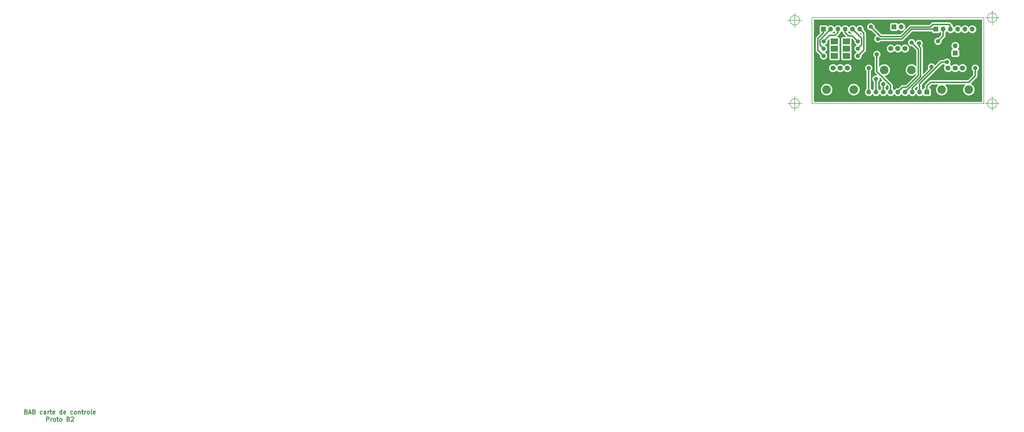
<source format=gbr>
G04 #@! TF.GenerationSoftware,KiCad,Pcbnew,(5.1.4)-1*
G04 #@! TF.CreationDate,2019-12-04T23:16:08+01:00*
G04 #@! TF.ProjectId,instru_bab_v2,696e7374-7275-45f6-9261-625f76322e6b,rev?*
G04 #@! TF.SameCoordinates,Original*
G04 #@! TF.FileFunction,Copper,L1,Top*
G04 #@! TF.FilePolarity,Positive*
%FSLAX46Y46*%
G04 Gerber Fmt 4.6, Leading zero omitted, Abs format (unit mm)*
G04 Created by KiCad (PCBNEW (5.1.4)-1) date 2019-12-04 23:16:08*
%MOMM*%
%LPD*%
G04 APERTURE LIST*
%ADD10C,0.200000*%
%ADD11C,0.300000*%
%ADD12R,1.700000X1.700000*%
%ADD13O,1.700000X1.700000*%
%ADD14C,1.800000*%
%ADD15C,3.000000*%
%ADD16R,2.500000X2.000000*%
%ADD17C,1.500000*%
%ADD18C,0.500000*%
%ADD19C,0.254000*%
G04 APERTURE END LIST*
D10*
X239666666Y-50000000D02*
G75*
G03X239666666Y-50000000I-1666666J0D01*
G01*
X235500000Y-50000000D02*
X240500000Y-50000000D01*
X238000000Y-47500000D02*
X238000000Y-52500000D01*
X170666666Y-50900000D02*
G75*
G03X170666666Y-50900000I-1666666J0D01*
G01*
X166500000Y-50900000D02*
X171500000Y-50900000D01*
X169000000Y-48400000D02*
X169000000Y-53400000D01*
X170666666Y-80000000D02*
G75*
G03X170666666Y-80000000I-1666666J0D01*
G01*
X166500000Y-80000000D02*
X171500000Y-80000000D01*
X169000000Y-77500000D02*
X169000000Y-82500000D01*
X239666666Y-80000000D02*
G75*
G03X239666666Y-80000000I-1666666J0D01*
G01*
X235500000Y-80000000D02*
X240500000Y-80000000D01*
X238000000Y-77500000D02*
X238000000Y-82500000D01*
D11*
X-99535714Y-187767857D02*
X-99321428Y-187839285D01*
X-99249999Y-187910714D01*
X-99178571Y-188053571D01*
X-99178571Y-188267857D01*
X-99249999Y-188410714D01*
X-99321428Y-188482142D01*
X-99464285Y-188553571D01*
X-100035714Y-188553571D01*
X-100035714Y-187053571D01*
X-99535714Y-187053571D01*
X-99392857Y-187125000D01*
X-99321428Y-187196428D01*
X-99249999Y-187339285D01*
X-99249999Y-187482142D01*
X-99321428Y-187625000D01*
X-99392857Y-187696428D01*
X-99535714Y-187767857D01*
X-100035714Y-187767857D01*
X-98607142Y-188125000D02*
X-97892857Y-188125000D01*
X-98749999Y-188553571D02*
X-98249999Y-187053571D01*
X-97749999Y-188553571D01*
X-96749999Y-187767857D02*
X-96535714Y-187839285D01*
X-96464285Y-187910714D01*
X-96392857Y-188053571D01*
X-96392857Y-188267857D01*
X-96464285Y-188410714D01*
X-96535714Y-188482142D01*
X-96678571Y-188553571D01*
X-97249999Y-188553571D01*
X-97249999Y-187053571D01*
X-96749999Y-187053571D01*
X-96607142Y-187125000D01*
X-96535714Y-187196428D01*
X-96464285Y-187339285D01*
X-96464285Y-187482142D01*
X-96535714Y-187625000D01*
X-96607142Y-187696428D01*
X-96749999Y-187767857D01*
X-97249999Y-187767857D01*
X-93964285Y-188482142D02*
X-94107142Y-188553571D01*
X-94392857Y-188553571D01*
X-94535714Y-188482142D01*
X-94607142Y-188410714D01*
X-94678571Y-188267857D01*
X-94678571Y-187839285D01*
X-94607142Y-187696428D01*
X-94535714Y-187625000D01*
X-94392857Y-187553571D01*
X-94107142Y-187553571D01*
X-93964285Y-187625000D01*
X-92678571Y-188553571D02*
X-92678571Y-187767857D01*
X-92750000Y-187625000D01*
X-92892857Y-187553571D01*
X-93178571Y-187553571D01*
X-93321428Y-187625000D01*
X-92678571Y-188482142D02*
X-92821428Y-188553571D01*
X-93178571Y-188553571D01*
X-93321428Y-188482142D01*
X-93392857Y-188339285D01*
X-93392857Y-188196428D01*
X-93321428Y-188053571D01*
X-93178571Y-187982142D01*
X-92821428Y-187982142D01*
X-92678571Y-187910714D01*
X-91964285Y-188553571D02*
X-91964285Y-187553571D01*
X-91964285Y-187839285D02*
X-91892857Y-187696428D01*
X-91821428Y-187625000D01*
X-91678571Y-187553571D01*
X-91535714Y-187553571D01*
X-91249999Y-187553571D02*
X-90678571Y-187553571D01*
X-91035714Y-187053571D02*
X-91035714Y-188339285D01*
X-90964285Y-188482142D01*
X-90821428Y-188553571D01*
X-90678571Y-188553571D01*
X-89607142Y-188482142D02*
X-89750000Y-188553571D01*
X-90035714Y-188553571D01*
X-90178571Y-188482142D01*
X-90250000Y-188339285D01*
X-90250000Y-187767857D01*
X-90178571Y-187625000D01*
X-90035714Y-187553571D01*
X-89750000Y-187553571D01*
X-89607142Y-187625000D01*
X-89535714Y-187767857D01*
X-89535714Y-187910714D01*
X-90250000Y-188053571D01*
X-87107142Y-188553571D02*
X-87107142Y-187053571D01*
X-87107142Y-188482142D02*
X-87250000Y-188553571D01*
X-87535714Y-188553571D01*
X-87678571Y-188482142D01*
X-87750000Y-188410714D01*
X-87821428Y-188267857D01*
X-87821428Y-187839285D01*
X-87750000Y-187696428D01*
X-87678571Y-187625000D01*
X-87535714Y-187553571D01*
X-87250000Y-187553571D01*
X-87107142Y-187625000D01*
X-85821428Y-188482142D02*
X-85964285Y-188553571D01*
X-86250000Y-188553571D01*
X-86392857Y-188482142D01*
X-86464285Y-188339285D01*
X-86464285Y-187767857D01*
X-86392857Y-187625000D01*
X-86250000Y-187553571D01*
X-85964285Y-187553571D01*
X-85821428Y-187625000D01*
X-85750000Y-187767857D01*
X-85750000Y-187910714D01*
X-86464285Y-188053571D01*
X-83321428Y-188482142D02*
X-83464285Y-188553571D01*
X-83750000Y-188553571D01*
X-83892857Y-188482142D01*
X-83964285Y-188410714D01*
X-84035714Y-188267857D01*
X-84035714Y-187839285D01*
X-83964285Y-187696428D01*
X-83892857Y-187625000D01*
X-83750000Y-187553571D01*
X-83464285Y-187553571D01*
X-83321428Y-187625000D01*
X-82464285Y-188553571D02*
X-82607142Y-188482142D01*
X-82678571Y-188410714D01*
X-82750000Y-188267857D01*
X-82750000Y-187839285D01*
X-82678571Y-187696428D01*
X-82607142Y-187625000D01*
X-82464285Y-187553571D01*
X-82250000Y-187553571D01*
X-82107142Y-187625000D01*
X-82035714Y-187696428D01*
X-81964285Y-187839285D01*
X-81964285Y-188267857D01*
X-82035714Y-188410714D01*
X-82107142Y-188482142D01*
X-82250000Y-188553571D01*
X-82464285Y-188553571D01*
X-81321428Y-187553571D02*
X-81321428Y-188553571D01*
X-81321428Y-187696428D02*
X-81250000Y-187625000D01*
X-81107142Y-187553571D01*
X-80892857Y-187553571D01*
X-80750000Y-187625000D01*
X-80678571Y-187767857D01*
X-80678571Y-188553571D01*
X-80178571Y-187553571D02*
X-79607142Y-187553571D01*
X-79964285Y-187053571D02*
X-79964285Y-188339285D01*
X-79892857Y-188482142D01*
X-79750000Y-188553571D01*
X-79607142Y-188553571D01*
X-79107142Y-188553571D02*
X-79107142Y-187553571D01*
X-79107142Y-187839285D02*
X-79035714Y-187696428D01*
X-78964285Y-187625000D01*
X-78821428Y-187553571D01*
X-78678571Y-187553571D01*
X-77964285Y-188553571D02*
X-78107142Y-188482142D01*
X-78178571Y-188410714D01*
X-78249999Y-188267857D01*
X-78249999Y-187839285D01*
X-78178571Y-187696428D01*
X-78107142Y-187625000D01*
X-77964285Y-187553571D01*
X-77749999Y-187553571D01*
X-77607142Y-187625000D01*
X-77535714Y-187696428D01*
X-77464285Y-187839285D01*
X-77464285Y-188267857D01*
X-77535714Y-188410714D01*
X-77607142Y-188482142D01*
X-77749999Y-188553571D01*
X-77964285Y-188553571D01*
X-76607142Y-188553571D02*
X-76749999Y-188482142D01*
X-76821428Y-188339285D01*
X-76821428Y-187053571D01*
X-75464285Y-188482142D02*
X-75607142Y-188553571D01*
X-75892857Y-188553571D01*
X-76035714Y-188482142D01*
X-76107142Y-188339285D01*
X-76107142Y-187767857D01*
X-76035714Y-187625000D01*
X-75892857Y-187553571D01*
X-75607142Y-187553571D01*
X-75464285Y-187625000D01*
X-75392857Y-187767857D01*
X-75392857Y-187910714D01*
X-76107142Y-188053571D01*
X-92428571Y-191103571D02*
X-92428571Y-189603571D01*
X-91857142Y-189603571D01*
X-91714285Y-189675000D01*
X-91642857Y-189746428D01*
X-91571428Y-189889285D01*
X-91571428Y-190103571D01*
X-91642857Y-190246428D01*
X-91714285Y-190317857D01*
X-91857142Y-190389285D01*
X-92428571Y-190389285D01*
X-90928571Y-191103571D02*
X-90928571Y-190103571D01*
X-90928571Y-190389285D02*
X-90857142Y-190246428D01*
X-90785714Y-190175000D01*
X-90642857Y-190103571D01*
X-90500000Y-190103571D01*
X-89785714Y-191103571D02*
X-89928571Y-191032142D01*
X-90000000Y-190960714D01*
X-90071428Y-190817857D01*
X-90071428Y-190389285D01*
X-90000000Y-190246428D01*
X-89928571Y-190175000D01*
X-89785714Y-190103571D01*
X-89571428Y-190103571D01*
X-89428571Y-190175000D01*
X-89357142Y-190246428D01*
X-89285714Y-190389285D01*
X-89285714Y-190817857D01*
X-89357142Y-190960714D01*
X-89428571Y-191032142D01*
X-89571428Y-191103571D01*
X-89785714Y-191103571D01*
X-88857142Y-190103571D02*
X-88285714Y-190103571D01*
X-88642857Y-189603571D02*
X-88642857Y-190889285D01*
X-88571428Y-191032142D01*
X-88428571Y-191103571D01*
X-88285714Y-191103571D01*
X-87571428Y-191103571D02*
X-87714285Y-191032142D01*
X-87785714Y-190960714D01*
X-87857142Y-190817857D01*
X-87857142Y-190389285D01*
X-87785714Y-190246428D01*
X-87714285Y-190175000D01*
X-87571428Y-190103571D01*
X-87357142Y-190103571D01*
X-87214285Y-190175000D01*
X-87142857Y-190246428D01*
X-87071428Y-190389285D01*
X-87071428Y-190817857D01*
X-87142857Y-190960714D01*
X-87214285Y-191032142D01*
X-87357142Y-191103571D01*
X-87571428Y-191103571D01*
X-84785714Y-190317857D02*
X-84571428Y-190389285D01*
X-84500000Y-190460714D01*
X-84428571Y-190603571D01*
X-84428571Y-190817857D01*
X-84500000Y-190960714D01*
X-84571428Y-191032142D01*
X-84714285Y-191103571D01*
X-85285714Y-191103571D01*
X-85285714Y-189603571D01*
X-84785714Y-189603571D01*
X-84642857Y-189675000D01*
X-84571428Y-189746428D01*
X-84500000Y-189889285D01*
X-84500000Y-190032142D01*
X-84571428Y-190175000D01*
X-84642857Y-190246428D01*
X-84785714Y-190317857D01*
X-85285714Y-190317857D01*
X-83857142Y-189746428D02*
X-83785714Y-189675000D01*
X-83642857Y-189603571D01*
X-83285714Y-189603571D01*
X-83142857Y-189675000D01*
X-83071428Y-189746428D01*
X-83000000Y-189889285D01*
X-83000000Y-190032142D01*
X-83071428Y-190246428D01*
X-83928571Y-191103571D01*
X-83000000Y-191103571D01*
D10*
X235000000Y-50000000D02*
X175000000Y-50000000D01*
X235000000Y-80000000D02*
X235000000Y-50000000D01*
X175000000Y-80000000D02*
X235000000Y-80000000D01*
X175000000Y-50000000D02*
X175000000Y-80000000D01*
D12*
X215160000Y-76000000D03*
D13*
X212620000Y-76000000D03*
X210080000Y-76000000D03*
X207540000Y-76000000D03*
X205000000Y-76000000D03*
X202460000Y-76000000D03*
X199920000Y-76000000D03*
X197380000Y-76000000D03*
X194840000Y-76000000D03*
D14*
X187350000Y-67600000D03*
X184850000Y-67600000D03*
X182350000Y-67600000D03*
D15*
X189600000Y-75100000D03*
X180100000Y-75100000D03*
D16*
X187000000Y-63340000D03*
X182840000Y-63340000D03*
X187000000Y-60800000D03*
X182840000Y-60800000D03*
X187000000Y-58260000D03*
X182840000Y-58260000D03*
D14*
X227550000Y-67600000D03*
X225050000Y-67600000D03*
X222550000Y-67600000D03*
D15*
X229800000Y-75100000D03*
X220300000Y-75100000D03*
D14*
X207500000Y-60750000D03*
X205000000Y-60750000D03*
X202500000Y-60750000D03*
D15*
X209750000Y-68250000D03*
X200250000Y-68250000D03*
D12*
X179000000Y-54000000D03*
D13*
X181540000Y-54000000D03*
X184080000Y-54000000D03*
X186620000Y-54000000D03*
X189160000Y-54000000D03*
X191700000Y-54000000D03*
D12*
X218300000Y-54000000D03*
D13*
X220840000Y-54000000D03*
X223380000Y-54000000D03*
X225920000Y-54000000D03*
X228460000Y-54000000D03*
X231000000Y-54000000D03*
D12*
X225050000Y-62340000D03*
D13*
X225050000Y-59800000D03*
D12*
X203660000Y-53200000D03*
D13*
X206200000Y-53200000D03*
D17*
X198000000Y-57400000D03*
X219000000Y-58200000D03*
X179050000Y-63350000D03*
X179049994Y-60800000D03*
X179100000Y-58250000D03*
X195550000Y-53150000D03*
X191050000Y-58250000D03*
X191050008Y-60800000D03*
X191050000Y-63349996D03*
X232050000Y-67600000D03*
X222150000Y-65500002D03*
X216741108Y-67191110D03*
X212400000Y-58950000D03*
X209800000Y-58700000D03*
X197650000Y-62800000D03*
X194800000Y-67600000D03*
X197350000Y-71400000D03*
X199900000Y-73200000D03*
D18*
X218300000Y-54000000D02*
X209800000Y-54000000D01*
X206400000Y-57400000D02*
X198000000Y-57400000D01*
X209800000Y-54000000D02*
X206400000Y-57400000D01*
X219000000Y-58200000D02*
X220840000Y-56360000D01*
X220840000Y-56360000D02*
X220840000Y-54000000D01*
X178300001Y-62600001D02*
X179050000Y-63350000D01*
X179000000Y-55350000D02*
X177050001Y-57299999D01*
X179000000Y-54000000D02*
X179000000Y-55350000D01*
X177050001Y-61350001D02*
X178300001Y-62600001D01*
X177050001Y-57299999D02*
X177050001Y-61350001D01*
X181540000Y-54000000D02*
X177800001Y-57739999D01*
X177800001Y-57739999D02*
X177800001Y-59550007D01*
X177800001Y-59550007D02*
X178299995Y-60050001D01*
X178299995Y-60050001D02*
X179049994Y-60800000D01*
X184080000Y-55202081D02*
X183082081Y-56200000D01*
X184080000Y-54000000D02*
X184080000Y-55202081D01*
X183082081Y-56200000D02*
X181150000Y-56200000D01*
X181150000Y-56200000D02*
X179100000Y-58250000D01*
X196299999Y-53899999D02*
X195550000Y-53150000D01*
X198950000Y-56550000D02*
X196299999Y-53899999D01*
X223380000Y-52797919D02*
X222932081Y-52350000D01*
X223380000Y-54000000D02*
X223380000Y-52797919D01*
X222932081Y-52350000D02*
X217250000Y-52350000D01*
X217250000Y-52350000D02*
X216350009Y-53249991D01*
X216350009Y-53249991D02*
X209489335Y-53249991D01*
X206189326Y-56550000D02*
X198950000Y-56550000D01*
X209489335Y-53249991D02*
X206189326Y-56550000D01*
X186620000Y-55202081D02*
X187717919Y-56300000D01*
X186620000Y-54000000D02*
X186620000Y-55202081D01*
X187717919Y-56300000D02*
X189100000Y-56300000D01*
X189100000Y-56300000D02*
X191050000Y-58250000D01*
X192349999Y-59500009D02*
X191800007Y-60050001D01*
X191800007Y-60050001D02*
X191050008Y-60800000D01*
X192349999Y-57189999D02*
X192349999Y-59500009D01*
X189160000Y-54000000D02*
X192349999Y-57189999D01*
X191799999Y-62599997D02*
X191050000Y-63349996D01*
X193099999Y-61299997D02*
X191799999Y-62599997D01*
X193099999Y-55399999D02*
X193099999Y-61299997D01*
X191700000Y-54000000D02*
X193099999Y-55399999D01*
X232050000Y-70300000D02*
X232050000Y-67600000D01*
X229800000Y-72550000D02*
X232050000Y-70300000D01*
X216500000Y-72550000D02*
X229800000Y-72550000D01*
X215160000Y-76000000D02*
X215160000Y-73890000D01*
X215160000Y-73890000D02*
X216500000Y-72550000D01*
X212620000Y-73080000D02*
X220199998Y-65500002D01*
X221089340Y-65500002D02*
X222150000Y-65500002D01*
X220199998Y-65500002D02*
X221089340Y-65500002D01*
X212620000Y-76000000D02*
X212620000Y-73080000D01*
X216750000Y-67200002D02*
X216741108Y-67191110D01*
X216750000Y-67882218D02*
X216750000Y-67200002D01*
X210080000Y-76000000D02*
X210080000Y-74552218D01*
X210080000Y-74552218D02*
X216750000Y-67882218D01*
X208389999Y-75150001D02*
X207540000Y-76000000D01*
X208410674Y-75150001D02*
X208389999Y-75150001D01*
X212950000Y-70610675D02*
X208410674Y-75150001D01*
X212950000Y-60560660D02*
X212950000Y-70610675D01*
X212400000Y-60010660D02*
X212950000Y-60560660D01*
X212400000Y-58950000D02*
X212400000Y-60010660D01*
X210549999Y-59449999D02*
X209800000Y-58700000D01*
X212199989Y-61099989D02*
X210549999Y-59449999D01*
X212199989Y-70200011D02*
X212199989Y-61099989D01*
X208100000Y-74300000D02*
X212199989Y-70200011D01*
X205000000Y-76000000D02*
X206700000Y-74300000D01*
X206700000Y-74300000D02*
X208100000Y-74300000D01*
X202460000Y-73610000D02*
X202460000Y-76000000D01*
X197650000Y-62800000D02*
X197650000Y-68800000D01*
X197650000Y-68800000D02*
X202460000Y-73610000D01*
X194800000Y-75960000D02*
X194840000Y-76000000D01*
X194800000Y-67600000D02*
X194800000Y-75960000D01*
X197350000Y-75970000D02*
X197380000Y-76000000D01*
X197350000Y-71400000D02*
X197350000Y-75970000D01*
X199900000Y-75980000D02*
X199920000Y-76000000D01*
X199900000Y-73200000D02*
X199900000Y-75980000D01*
D19*
G36*
X234265000Y-79265000D02*
G01*
X175735000Y-79265000D01*
X175735000Y-74889721D01*
X177965000Y-74889721D01*
X177965000Y-75310279D01*
X178047047Y-75722756D01*
X178207988Y-76111302D01*
X178441637Y-76460983D01*
X178739017Y-76758363D01*
X179088698Y-76992012D01*
X179477244Y-77152953D01*
X179889721Y-77235000D01*
X180310279Y-77235000D01*
X180722756Y-77152953D01*
X181111302Y-76992012D01*
X181460983Y-76758363D01*
X181758363Y-76460983D01*
X181992012Y-76111302D01*
X182152953Y-75722756D01*
X182235000Y-75310279D01*
X182235000Y-74889721D01*
X187465000Y-74889721D01*
X187465000Y-75310279D01*
X187547047Y-75722756D01*
X187707988Y-76111302D01*
X187941637Y-76460983D01*
X188239017Y-76758363D01*
X188588698Y-76992012D01*
X188977244Y-77152953D01*
X189389721Y-77235000D01*
X189810279Y-77235000D01*
X190222756Y-77152953D01*
X190611302Y-76992012D01*
X190960983Y-76758363D01*
X191258363Y-76460983D01*
X191492012Y-76111302D01*
X191538114Y-76000000D01*
X193347815Y-76000000D01*
X193376487Y-76291111D01*
X193461401Y-76571034D01*
X193599294Y-76829014D01*
X193784866Y-77055134D01*
X194010986Y-77240706D01*
X194268966Y-77378599D01*
X194548889Y-77463513D01*
X194767050Y-77485000D01*
X194912950Y-77485000D01*
X195131111Y-77463513D01*
X195411034Y-77378599D01*
X195669014Y-77240706D01*
X195895134Y-77055134D01*
X196080706Y-76829014D01*
X196110000Y-76774209D01*
X196139294Y-76829014D01*
X196324866Y-77055134D01*
X196550986Y-77240706D01*
X196808966Y-77378599D01*
X197088889Y-77463513D01*
X197307050Y-77485000D01*
X197452950Y-77485000D01*
X197671111Y-77463513D01*
X197951034Y-77378599D01*
X198209014Y-77240706D01*
X198435134Y-77055134D01*
X198620706Y-76829014D01*
X198650000Y-76774209D01*
X198679294Y-76829014D01*
X198864866Y-77055134D01*
X199090986Y-77240706D01*
X199348966Y-77378599D01*
X199628889Y-77463513D01*
X199847050Y-77485000D01*
X199992950Y-77485000D01*
X200211111Y-77463513D01*
X200491034Y-77378599D01*
X200749014Y-77240706D01*
X200975134Y-77055134D01*
X201160706Y-76829014D01*
X201190000Y-76774209D01*
X201219294Y-76829014D01*
X201404866Y-77055134D01*
X201630986Y-77240706D01*
X201888966Y-77378599D01*
X202168889Y-77463513D01*
X202387050Y-77485000D01*
X202532950Y-77485000D01*
X202751111Y-77463513D01*
X203031034Y-77378599D01*
X203289014Y-77240706D01*
X203515134Y-77055134D01*
X203700706Y-76829014D01*
X203730000Y-76774209D01*
X203759294Y-76829014D01*
X203944866Y-77055134D01*
X204170986Y-77240706D01*
X204428966Y-77378599D01*
X204708889Y-77463513D01*
X204927050Y-77485000D01*
X205072950Y-77485000D01*
X205291111Y-77463513D01*
X205571034Y-77378599D01*
X205829014Y-77240706D01*
X206055134Y-77055134D01*
X206240706Y-76829014D01*
X206270000Y-76774209D01*
X206299294Y-76829014D01*
X206484866Y-77055134D01*
X206710986Y-77240706D01*
X206968966Y-77378599D01*
X207248889Y-77463513D01*
X207467050Y-77485000D01*
X207612950Y-77485000D01*
X207831111Y-77463513D01*
X208111034Y-77378599D01*
X208369014Y-77240706D01*
X208595134Y-77055134D01*
X208780706Y-76829014D01*
X208810000Y-76774209D01*
X208839294Y-76829014D01*
X209024866Y-77055134D01*
X209250986Y-77240706D01*
X209508966Y-77378599D01*
X209788889Y-77463513D01*
X210007050Y-77485000D01*
X210152950Y-77485000D01*
X210371111Y-77463513D01*
X210651034Y-77378599D01*
X210909014Y-77240706D01*
X211135134Y-77055134D01*
X211320706Y-76829014D01*
X211350000Y-76774209D01*
X211379294Y-76829014D01*
X211564866Y-77055134D01*
X211790986Y-77240706D01*
X212048966Y-77378599D01*
X212328889Y-77463513D01*
X212547050Y-77485000D01*
X212692950Y-77485000D01*
X212911111Y-77463513D01*
X213191034Y-77378599D01*
X213449014Y-77240706D01*
X213675134Y-77055134D01*
X213699607Y-77025313D01*
X213720498Y-77094180D01*
X213779463Y-77204494D01*
X213858815Y-77301185D01*
X213955506Y-77380537D01*
X214065820Y-77439502D01*
X214185518Y-77475812D01*
X214310000Y-77488072D01*
X216010000Y-77488072D01*
X216134482Y-77475812D01*
X216254180Y-77439502D01*
X216364494Y-77380537D01*
X216461185Y-77301185D01*
X216540537Y-77204494D01*
X216599502Y-77094180D01*
X216635812Y-76974482D01*
X216648072Y-76850000D01*
X216648072Y-75150000D01*
X216635812Y-75025518D01*
X216599502Y-74905820D01*
X216540537Y-74795506D01*
X216461185Y-74698815D01*
X216364494Y-74619463D01*
X216254180Y-74560498D01*
X216134482Y-74524188D01*
X216045000Y-74515375D01*
X216045000Y-74256578D01*
X216866579Y-73435000D01*
X218948950Y-73435000D01*
X218939017Y-73441637D01*
X218641637Y-73739017D01*
X218407988Y-74088698D01*
X218247047Y-74477244D01*
X218165000Y-74889721D01*
X218165000Y-75310279D01*
X218247047Y-75722756D01*
X218407988Y-76111302D01*
X218641637Y-76460983D01*
X218939017Y-76758363D01*
X219288698Y-76992012D01*
X219677244Y-77152953D01*
X220089721Y-77235000D01*
X220510279Y-77235000D01*
X220922756Y-77152953D01*
X221311302Y-76992012D01*
X221660983Y-76758363D01*
X221958363Y-76460983D01*
X222192012Y-76111302D01*
X222352953Y-75722756D01*
X222435000Y-75310279D01*
X222435000Y-74889721D01*
X222352953Y-74477244D01*
X222192012Y-74088698D01*
X221958363Y-73739017D01*
X221660983Y-73441637D01*
X221651050Y-73435000D01*
X228448950Y-73435000D01*
X228439017Y-73441637D01*
X228141637Y-73739017D01*
X227907988Y-74088698D01*
X227747047Y-74477244D01*
X227665000Y-74889721D01*
X227665000Y-75310279D01*
X227747047Y-75722756D01*
X227907988Y-76111302D01*
X228141637Y-76460983D01*
X228439017Y-76758363D01*
X228788698Y-76992012D01*
X229177244Y-77152953D01*
X229589721Y-77235000D01*
X230010279Y-77235000D01*
X230422756Y-77152953D01*
X230811302Y-76992012D01*
X231160983Y-76758363D01*
X231458363Y-76460983D01*
X231692012Y-76111302D01*
X231852953Y-75722756D01*
X231935000Y-75310279D01*
X231935000Y-74889721D01*
X231852953Y-74477244D01*
X231692012Y-74088698D01*
X231458363Y-73739017D01*
X231160983Y-73441637D01*
X230811302Y-73207988D01*
X230515935Y-73085643D01*
X232645050Y-70956529D01*
X232678817Y-70928817D01*
X232789411Y-70794059D01*
X232842856Y-70694069D01*
X232871589Y-70640314D01*
X232922195Y-70473490D01*
X232922195Y-70473489D01*
X232935000Y-70343477D01*
X232935000Y-70343469D01*
X232939281Y-70300000D01*
X232935000Y-70256531D01*
X232935000Y-68673685D01*
X233125799Y-68482886D01*
X233277371Y-68256043D01*
X233381775Y-68003989D01*
X233435000Y-67736411D01*
X233435000Y-67463589D01*
X233381775Y-67196011D01*
X233277371Y-66943957D01*
X233125799Y-66717114D01*
X232932886Y-66524201D01*
X232706043Y-66372629D01*
X232453989Y-66268225D01*
X232186411Y-66215000D01*
X231913589Y-66215000D01*
X231646011Y-66268225D01*
X231393957Y-66372629D01*
X231167114Y-66524201D01*
X230974201Y-66717114D01*
X230822629Y-66943957D01*
X230718225Y-67196011D01*
X230665000Y-67463589D01*
X230665000Y-67736411D01*
X230718225Y-68003989D01*
X230822629Y-68256043D01*
X230974201Y-68482886D01*
X231165001Y-68673686D01*
X231165000Y-69933421D01*
X229433422Y-71665000D01*
X216543465Y-71665000D01*
X216499999Y-71660719D01*
X216456533Y-71665000D01*
X216456523Y-71665000D01*
X216326510Y-71677805D01*
X216159687Y-71728411D01*
X216005941Y-71810589D01*
X216005939Y-71810590D01*
X216005940Y-71810590D01*
X215904953Y-71893468D01*
X215904951Y-71893470D01*
X215871183Y-71921183D01*
X215843470Y-71954951D01*
X214564951Y-73233471D01*
X214531184Y-73261183D01*
X214503471Y-73294951D01*
X214503468Y-73294954D01*
X214420590Y-73395941D01*
X214338412Y-73549687D01*
X214287805Y-73716510D01*
X214270719Y-73890000D01*
X214275001Y-73933479D01*
X214275001Y-74515375D01*
X214185518Y-74524188D01*
X214065820Y-74560498D01*
X213955506Y-74619463D01*
X213858815Y-74698815D01*
X213779463Y-74795506D01*
X213720498Y-74905820D01*
X213699607Y-74974687D01*
X213675134Y-74944866D01*
X213505000Y-74805241D01*
X213505000Y-73446578D01*
X220566577Y-66385002D01*
X221076315Y-66385002D01*
X221267114Y-66575801D01*
X221350839Y-66631745D01*
X221189701Y-66872905D01*
X221073989Y-67152257D01*
X221015000Y-67448816D01*
X221015000Y-67751184D01*
X221073989Y-68047743D01*
X221189701Y-68327095D01*
X221357688Y-68578505D01*
X221571495Y-68792312D01*
X221822905Y-68960299D01*
X222102257Y-69076011D01*
X222398816Y-69135000D01*
X222701184Y-69135000D01*
X222997743Y-69076011D01*
X223277095Y-68960299D01*
X223528505Y-68792312D01*
X223742312Y-68578505D01*
X223800000Y-68492169D01*
X223857688Y-68578505D01*
X224071495Y-68792312D01*
X224322905Y-68960299D01*
X224602257Y-69076011D01*
X224898816Y-69135000D01*
X225201184Y-69135000D01*
X225497743Y-69076011D01*
X225777095Y-68960299D01*
X226028505Y-68792312D01*
X226242312Y-68578505D01*
X226300000Y-68492169D01*
X226357688Y-68578505D01*
X226571495Y-68792312D01*
X226822905Y-68960299D01*
X227102257Y-69076011D01*
X227398816Y-69135000D01*
X227701184Y-69135000D01*
X227997743Y-69076011D01*
X228277095Y-68960299D01*
X228528505Y-68792312D01*
X228742312Y-68578505D01*
X228910299Y-68327095D01*
X229026011Y-68047743D01*
X229085000Y-67751184D01*
X229085000Y-67448816D01*
X229026011Y-67152257D01*
X228910299Y-66872905D01*
X228742312Y-66621495D01*
X228528505Y-66407688D01*
X228277095Y-66239701D01*
X227997743Y-66123989D01*
X227701184Y-66065000D01*
X227398816Y-66065000D01*
X227102257Y-66123989D01*
X226822905Y-66239701D01*
X226571495Y-66407688D01*
X226357688Y-66621495D01*
X226300000Y-66707831D01*
X226242312Y-66621495D01*
X226028505Y-66407688D01*
X225777095Y-66239701D01*
X225497743Y-66123989D01*
X225201184Y-66065000D01*
X224898816Y-66065000D01*
X224602257Y-66123989D01*
X224322905Y-66239701D01*
X224071495Y-66407688D01*
X223857688Y-66621495D01*
X223800000Y-66707831D01*
X223742312Y-66621495D01*
X223528505Y-66407688D01*
X223307776Y-66260201D01*
X223377371Y-66156045D01*
X223481775Y-65903991D01*
X223535000Y-65636413D01*
X223535000Y-65363591D01*
X223481775Y-65096013D01*
X223377371Y-64843959D01*
X223225799Y-64617116D01*
X223032886Y-64424203D01*
X222806043Y-64272631D01*
X222553989Y-64168227D01*
X222286411Y-64115002D01*
X222013589Y-64115002D01*
X221746011Y-64168227D01*
X221493957Y-64272631D01*
X221267114Y-64424203D01*
X221076315Y-64615002D01*
X220243467Y-64615002D01*
X220199998Y-64610721D01*
X220156529Y-64615002D01*
X220156521Y-64615002D01*
X220041304Y-64626350D01*
X220026507Y-64627807D01*
X219975901Y-64643159D01*
X219859685Y-64678413D01*
X219705939Y-64760591D01*
X219705937Y-64760592D01*
X219705938Y-64760592D01*
X219604951Y-64843470D01*
X219604949Y-64843472D01*
X219571181Y-64871185D01*
X219543468Y-64904953D01*
X217946399Y-66502022D01*
X217816907Y-66308224D01*
X217623994Y-66115311D01*
X217397151Y-65963739D01*
X217145097Y-65859335D01*
X216877519Y-65806110D01*
X216604697Y-65806110D01*
X216337119Y-65859335D01*
X216085065Y-65963739D01*
X215858222Y-66115311D01*
X215665309Y-66308224D01*
X215513737Y-66535067D01*
X215409333Y-66787121D01*
X215356108Y-67054699D01*
X215356108Y-67327521D01*
X215409333Y-67595099D01*
X215513737Y-67847153D01*
X215521647Y-67858992D01*
X213835000Y-69545639D01*
X213835000Y-60604125D01*
X213839281Y-60560659D01*
X213835000Y-60517193D01*
X213835000Y-60517183D01*
X213822195Y-60387170D01*
X213771589Y-60220347D01*
X213689411Y-60066601D01*
X213578817Y-59931843D01*
X213545045Y-59904127D01*
X213474802Y-59833884D01*
X213475799Y-59832886D01*
X213497772Y-59800000D01*
X223557815Y-59800000D01*
X223586487Y-60091111D01*
X223671401Y-60371034D01*
X223809294Y-60629014D01*
X223994866Y-60855134D01*
X224024687Y-60879607D01*
X223955820Y-60900498D01*
X223845506Y-60959463D01*
X223748815Y-61038815D01*
X223669463Y-61135506D01*
X223610498Y-61245820D01*
X223574188Y-61365518D01*
X223561928Y-61490000D01*
X223561928Y-63190000D01*
X223574188Y-63314482D01*
X223610498Y-63434180D01*
X223669463Y-63544494D01*
X223748815Y-63641185D01*
X223845506Y-63720537D01*
X223955820Y-63779502D01*
X224075518Y-63815812D01*
X224200000Y-63828072D01*
X225900000Y-63828072D01*
X226024482Y-63815812D01*
X226144180Y-63779502D01*
X226254494Y-63720537D01*
X226351185Y-63641185D01*
X226430537Y-63544494D01*
X226489502Y-63434180D01*
X226525812Y-63314482D01*
X226538072Y-63190000D01*
X226538072Y-61490000D01*
X226525812Y-61365518D01*
X226489502Y-61245820D01*
X226430537Y-61135506D01*
X226351185Y-61038815D01*
X226254494Y-60959463D01*
X226144180Y-60900498D01*
X226075313Y-60879607D01*
X226105134Y-60855134D01*
X226290706Y-60629014D01*
X226428599Y-60371034D01*
X226513513Y-60091111D01*
X226542185Y-59800000D01*
X226513513Y-59508889D01*
X226428599Y-59228966D01*
X226290706Y-58970986D01*
X226105134Y-58744866D01*
X225879014Y-58559294D01*
X225621034Y-58421401D01*
X225341111Y-58336487D01*
X225122950Y-58315000D01*
X224977050Y-58315000D01*
X224758889Y-58336487D01*
X224478966Y-58421401D01*
X224220986Y-58559294D01*
X223994866Y-58744866D01*
X223809294Y-58970986D01*
X223671401Y-59228966D01*
X223586487Y-59508889D01*
X223557815Y-59800000D01*
X213497772Y-59800000D01*
X213627371Y-59606043D01*
X213731775Y-59353989D01*
X213785000Y-59086411D01*
X213785000Y-58813589D01*
X213731775Y-58546011D01*
X213627371Y-58293957D01*
X213475799Y-58067114D01*
X213282886Y-57874201D01*
X213056043Y-57722629D01*
X212803989Y-57618225D01*
X212536411Y-57565000D01*
X212263589Y-57565000D01*
X211996011Y-57618225D01*
X211743957Y-57722629D01*
X211517114Y-57874201D01*
X211324201Y-58067114D01*
X211172629Y-58293957D01*
X211144753Y-58361256D01*
X211131775Y-58296011D01*
X211027371Y-58043957D01*
X210875799Y-57817114D01*
X210682886Y-57624201D01*
X210456043Y-57472629D01*
X210203989Y-57368225D01*
X209936411Y-57315000D01*
X209663589Y-57315000D01*
X209396011Y-57368225D01*
X209143957Y-57472629D01*
X208917114Y-57624201D01*
X208724201Y-57817114D01*
X208572629Y-58043957D01*
X208468225Y-58296011D01*
X208415000Y-58563589D01*
X208415000Y-58836411D01*
X208468225Y-59103989D01*
X208572629Y-59356043D01*
X208724201Y-59582886D01*
X208917114Y-59775799D01*
X209143957Y-59927371D01*
X209396011Y-60031775D01*
X209663589Y-60085000D01*
X209933421Y-60085000D01*
X209954952Y-60106531D01*
X209954957Y-60106535D01*
X211314990Y-61466569D01*
X211314989Y-66795643D01*
X211110983Y-66591637D01*
X210761302Y-66357988D01*
X210372756Y-66197047D01*
X209960279Y-66115000D01*
X209539721Y-66115000D01*
X209127244Y-66197047D01*
X208738698Y-66357988D01*
X208389017Y-66591637D01*
X208091637Y-66889017D01*
X207857988Y-67238698D01*
X207697047Y-67627244D01*
X207615000Y-68039721D01*
X207615000Y-68460279D01*
X207697047Y-68872756D01*
X207857988Y-69261302D01*
X208091637Y-69610983D01*
X208389017Y-69908363D01*
X208738698Y-70142012D01*
X209127244Y-70302953D01*
X209539721Y-70385000D01*
X209960279Y-70385000D01*
X210372756Y-70302953D01*
X210761302Y-70142012D01*
X211110983Y-69908363D01*
X211314989Y-69704357D01*
X211314989Y-69833432D01*
X207733422Y-73415000D01*
X206743466Y-73415000D01*
X206699999Y-73410719D01*
X206656533Y-73415000D01*
X206656523Y-73415000D01*
X206526510Y-73427805D01*
X206359687Y-73478411D01*
X206205941Y-73560589D01*
X206198709Y-73566524D01*
X206104953Y-73643468D01*
X206104951Y-73643470D01*
X206071183Y-73671183D01*
X206043470Y-73704951D01*
X205219034Y-74529388D01*
X205072950Y-74515000D01*
X204927050Y-74515000D01*
X204708889Y-74536487D01*
X204428966Y-74621401D01*
X204170986Y-74759294D01*
X203944866Y-74944866D01*
X203759294Y-75170986D01*
X203730000Y-75225791D01*
X203700706Y-75170986D01*
X203515134Y-74944866D01*
X203345000Y-74805241D01*
X203345000Y-73653465D01*
X203349281Y-73609999D01*
X203345000Y-73566533D01*
X203345000Y-73566523D01*
X203332195Y-73436510D01*
X203281589Y-73269687D01*
X203199411Y-73115941D01*
X203160404Y-73068411D01*
X203116532Y-73014953D01*
X203116530Y-73014951D01*
X203088817Y-72981183D01*
X203055051Y-72953472D01*
X200482215Y-70380637D01*
X200872756Y-70302953D01*
X201261302Y-70142012D01*
X201610983Y-69908363D01*
X201908363Y-69610983D01*
X202142012Y-69261302D01*
X202302953Y-68872756D01*
X202385000Y-68460279D01*
X202385000Y-68039721D01*
X202302953Y-67627244D01*
X202142012Y-67238698D01*
X201908363Y-66889017D01*
X201610983Y-66591637D01*
X201261302Y-66357988D01*
X200872756Y-66197047D01*
X200460279Y-66115000D01*
X200039721Y-66115000D01*
X199627244Y-66197047D01*
X199238698Y-66357988D01*
X198889017Y-66591637D01*
X198591637Y-66889017D01*
X198535000Y-66973780D01*
X198535000Y-63873685D01*
X198725799Y-63682886D01*
X198877371Y-63456043D01*
X198981775Y-63203989D01*
X199035000Y-62936411D01*
X199035000Y-62663589D01*
X198981775Y-62396011D01*
X198877371Y-62143957D01*
X198725799Y-61917114D01*
X198532886Y-61724201D01*
X198306043Y-61572629D01*
X198053989Y-61468225D01*
X197786411Y-61415000D01*
X197513589Y-61415000D01*
X197246011Y-61468225D01*
X196993957Y-61572629D01*
X196767114Y-61724201D01*
X196574201Y-61917114D01*
X196422629Y-62143957D01*
X196318225Y-62396011D01*
X196265000Y-62663589D01*
X196265000Y-62936411D01*
X196318225Y-63203989D01*
X196422629Y-63456043D01*
X196574201Y-63682886D01*
X196765000Y-63873685D01*
X196765001Y-68756521D01*
X196760719Y-68800000D01*
X196777805Y-68973490D01*
X196828412Y-69140313D01*
X196910590Y-69294059D01*
X196993468Y-69395046D01*
X196993471Y-69395049D01*
X197021184Y-69428817D01*
X197054952Y-69456530D01*
X197644959Y-70046537D01*
X197486411Y-70015000D01*
X197213589Y-70015000D01*
X196946011Y-70068225D01*
X196693957Y-70172629D01*
X196467114Y-70324201D01*
X196274201Y-70517114D01*
X196122629Y-70743957D01*
X196018225Y-70996011D01*
X195965000Y-71263589D01*
X195965000Y-71536411D01*
X196018225Y-71803989D01*
X196122629Y-72056043D01*
X196274201Y-72282886D01*
X196465000Y-72473685D01*
X196465001Y-74829860D01*
X196324866Y-74944866D01*
X196139294Y-75170986D01*
X196110000Y-75225791D01*
X196080706Y-75170986D01*
X195895134Y-74944866D01*
X195685000Y-74772413D01*
X195685000Y-68673685D01*
X195875799Y-68482886D01*
X196027371Y-68256043D01*
X196131775Y-68003989D01*
X196185000Y-67736411D01*
X196185000Y-67463589D01*
X196131775Y-67196011D01*
X196027371Y-66943957D01*
X195875799Y-66717114D01*
X195682886Y-66524201D01*
X195456043Y-66372629D01*
X195203989Y-66268225D01*
X194936411Y-66215000D01*
X194663589Y-66215000D01*
X194396011Y-66268225D01*
X194143957Y-66372629D01*
X193917114Y-66524201D01*
X193724201Y-66717114D01*
X193572629Y-66943957D01*
X193468225Y-67196011D01*
X193415000Y-67463589D01*
X193415000Y-67736411D01*
X193468225Y-68003989D01*
X193572629Y-68256043D01*
X193724201Y-68482886D01*
X193915000Y-68673685D01*
X193915001Y-74838067D01*
X193784866Y-74944866D01*
X193599294Y-75170986D01*
X193461401Y-75428966D01*
X193376487Y-75708889D01*
X193347815Y-76000000D01*
X191538114Y-76000000D01*
X191652953Y-75722756D01*
X191735000Y-75310279D01*
X191735000Y-74889721D01*
X191652953Y-74477244D01*
X191492012Y-74088698D01*
X191258363Y-73739017D01*
X190960983Y-73441637D01*
X190611302Y-73207988D01*
X190222756Y-73047047D01*
X189810279Y-72965000D01*
X189389721Y-72965000D01*
X188977244Y-73047047D01*
X188588698Y-73207988D01*
X188239017Y-73441637D01*
X187941637Y-73739017D01*
X187707988Y-74088698D01*
X187547047Y-74477244D01*
X187465000Y-74889721D01*
X182235000Y-74889721D01*
X182152953Y-74477244D01*
X181992012Y-74088698D01*
X181758363Y-73739017D01*
X181460983Y-73441637D01*
X181111302Y-73207988D01*
X180722756Y-73047047D01*
X180310279Y-72965000D01*
X179889721Y-72965000D01*
X179477244Y-73047047D01*
X179088698Y-73207988D01*
X178739017Y-73441637D01*
X178441637Y-73739017D01*
X178207988Y-74088698D01*
X178047047Y-74477244D01*
X177965000Y-74889721D01*
X175735000Y-74889721D01*
X175735000Y-67448816D01*
X180815000Y-67448816D01*
X180815000Y-67751184D01*
X180873989Y-68047743D01*
X180989701Y-68327095D01*
X181157688Y-68578505D01*
X181371495Y-68792312D01*
X181622905Y-68960299D01*
X181902257Y-69076011D01*
X182198816Y-69135000D01*
X182501184Y-69135000D01*
X182797743Y-69076011D01*
X183077095Y-68960299D01*
X183328505Y-68792312D01*
X183542312Y-68578505D01*
X183600000Y-68492169D01*
X183657688Y-68578505D01*
X183871495Y-68792312D01*
X184122905Y-68960299D01*
X184402257Y-69076011D01*
X184698816Y-69135000D01*
X185001184Y-69135000D01*
X185297743Y-69076011D01*
X185577095Y-68960299D01*
X185828505Y-68792312D01*
X186042312Y-68578505D01*
X186100000Y-68492169D01*
X186157688Y-68578505D01*
X186371495Y-68792312D01*
X186622905Y-68960299D01*
X186902257Y-69076011D01*
X187198816Y-69135000D01*
X187501184Y-69135000D01*
X187797743Y-69076011D01*
X188077095Y-68960299D01*
X188328505Y-68792312D01*
X188542312Y-68578505D01*
X188710299Y-68327095D01*
X188826011Y-68047743D01*
X188885000Y-67751184D01*
X188885000Y-67448816D01*
X188826011Y-67152257D01*
X188710299Y-66872905D01*
X188542312Y-66621495D01*
X188328505Y-66407688D01*
X188077095Y-66239701D01*
X187797743Y-66123989D01*
X187501184Y-66065000D01*
X187198816Y-66065000D01*
X186902257Y-66123989D01*
X186622905Y-66239701D01*
X186371495Y-66407688D01*
X186157688Y-66621495D01*
X186100000Y-66707831D01*
X186042312Y-66621495D01*
X185828505Y-66407688D01*
X185577095Y-66239701D01*
X185297743Y-66123989D01*
X185001184Y-66065000D01*
X184698816Y-66065000D01*
X184402257Y-66123989D01*
X184122905Y-66239701D01*
X183871495Y-66407688D01*
X183657688Y-66621495D01*
X183600000Y-66707831D01*
X183542312Y-66621495D01*
X183328505Y-66407688D01*
X183077095Y-66239701D01*
X182797743Y-66123989D01*
X182501184Y-66065000D01*
X182198816Y-66065000D01*
X181902257Y-66123989D01*
X181622905Y-66239701D01*
X181371495Y-66407688D01*
X181157688Y-66621495D01*
X180989701Y-66872905D01*
X180873989Y-67152257D01*
X180815000Y-67448816D01*
X175735000Y-67448816D01*
X175735000Y-57299999D01*
X176160720Y-57299999D01*
X176165001Y-57343468D01*
X176165002Y-61306522D01*
X176160720Y-61350001D01*
X176177806Y-61523491D01*
X176228413Y-61690314D01*
X176310591Y-61844060D01*
X176393469Y-61945047D01*
X176393472Y-61945050D01*
X176421185Y-61978818D01*
X176454952Y-62006530D01*
X177665000Y-63216579D01*
X177665000Y-63486411D01*
X177718225Y-63753989D01*
X177822629Y-64006043D01*
X177974201Y-64232886D01*
X178167114Y-64425799D01*
X178393957Y-64577371D01*
X178646011Y-64681775D01*
X178913589Y-64735000D01*
X179186411Y-64735000D01*
X179453989Y-64681775D01*
X179706043Y-64577371D01*
X179932886Y-64425799D01*
X180125799Y-64232886D01*
X180277371Y-64006043D01*
X180381775Y-63753989D01*
X180435000Y-63486411D01*
X180435000Y-63213589D01*
X180381775Y-62946011D01*
X180277371Y-62693957D01*
X180125799Y-62467114D01*
X179932886Y-62274201D01*
X179706043Y-62122629D01*
X179591053Y-62074999D01*
X179706037Y-62027371D01*
X179932880Y-61875799D01*
X180125793Y-61682886D01*
X180277365Y-61456043D01*
X180381769Y-61203989D01*
X180434994Y-60936411D01*
X180434994Y-60663589D01*
X180381769Y-60396011D01*
X180277365Y-60143957D01*
X180125793Y-59917114D01*
X179932880Y-59724201D01*
X179706037Y-59572629D01*
X179616053Y-59535357D01*
X179756043Y-59477371D01*
X179982886Y-59325799D01*
X180175799Y-59132886D01*
X180327371Y-58906043D01*
X180431775Y-58653989D01*
X180485000Y-58386411D01*
X180485000Y-58116578D01*
X180951928Y-57649651D01*
X180951928Y-59260000D01*
X180964188Y-59384482D01*
X181000498Y-59504180D01*
X181014299Y-59530000D01*
X181000498Y-59555820D01*
X180964188Y-59675518D01*
X180951928Y-59800000D01*
X180951928Y-61800000D01*
X180964188Y-61924482D01*
X181000498Y-62044180D01*
X181014299Y-62070000D01*
X181000498Y-62095820D01*
X180964188Y-62215518D01*
X180951928Y-62340000D01*
X180951928Y-64340000D01*
X180964188Y-64464482D01*
X181000498Y-64584180D01*
X181059463Y-64694494D01*
X181138815Y-64791185D01*
X181235506Y-64870537D01*
X181345820Y-64929502D01*
X181465518Y-64965812D01*
X181590000Y-64978072D01*
X184090000Y-64978072D01*
X184214482Y-64965812D01*
X184334180Y-64929502D01*
X184444494Y-64870537D01*
X184541185Y-64791185D01*
X184620537Y-64694494D01*
X184679502Y-64584180D01*
X184715812Y-64464482D01*
X184728072Y-64340000D01*
X184728072Y-62340000D01*
X184715812Y-62215518D01*
X184679502Y-62095820D01*
X184665701Y-62070000D01*
X184679502Y-62044180D01*
X184715812Y-61924482D01*
X184728072Y-61800000D01*
X184728072Y-59800000D01*
X184715812Y-59675518D01*
X184679502Y-59555820D01*
X184665701Y-59530000D01*
X184679502Y-59504180D01*
X184715812Y-59384482D01*
X184728072Y-59260000D01*
X184728072Y-57260000D01*
X184715812Y-57135518D01*
X184679502Y-57015820D01*
X184620537Y-56905506D01*
X184541185Y-56808815D01*
X184444494Y-56729463D01*
X184334180Y-56670498D01*
X184214482Y-56634188D01*
X184090000Y-56621928D01*
X183911731Y-56621928D01*
X184675049Y-55858611D01*
X184708817Y-55830898D01*
X184736533Y-55797127D01*
X184819411Y-55696140D01*
X184901589Y-55542395D01*
X184952195Y-55375571D01*
X184956899Y-55327805D01*
X184965000Y-55245558D01*
X184965000Y-55245550D01*
X184969281Y-55202081D01*
X184968294Y-55192056D01*
X185135134Y-55055134D01*
X185320706Y-54829014D01*
X185350000Y-54774209D01*
X185379294Y-54829014D01*
X185564866Y-55055134D01*
X185731706Y-55192056D01*
X185730719Y-55202081D01*
X185747805Y-55375571D01*
X185798412Y-55542394D01*
X185880590Y-55696140D01*
X185963468Y-55797127D01*
X185963469Y-55797128D01*
X185991184Y-55830898D01*
X186024951Y-55858610D01*
X186788268Y-56621928D01*
X185750000Y-56621928D01*
X185625518Y-56634188D01*
X185505820Y-56670498D01*
X185395506Y-56729463D01*
X185298815Y-56808815D01*
X185219463Y-56905506D01*
X185160498Y-57015820D01*
X185124188Y-57135518D01*
X185111928Y-57260000D01*
X185111928Y-59260000D01*
X185124188Y-59384482D01*
X185160498Y-59504180D01*
X185174299Y-59530000D01*
X185160498Y-59555820D01*
X185124188Y-59675518D01*
X185111928Y-59800000D01*
X185111928Y-61800000D01*
X185124188Y-61924482D01*
X185160498Y-62044180D01*
X185174299Y-62070000D01*
X185160498Y-62095820D01*
X185124188Y-62215518D01*
X185111928Y-62340000D01*
X185111928Y-64340000D01*
X185124188Y-64464482D01*
X185160498Y-64584180D01*
X185219463Y-64694494D01*
X185298815Y-64791185D01*
X185395506Y-64870537D01*
X185505820Y-64929502D01*
X185625518Y-64965812D01*
X185750000Y-64978072D01*
X188250000Y-64978072D01*
X188374482Y-64965812D01*
X188494180Y-64929502D01*
X188604494Y-64870537D01*
X188701185Y-64791185D01*
X188780537Y-64694494D01*
X188839502Y-64584180D01*
X188875812Y-64464482D01*
X188888072Y-64340000D01*
X188888072Y-62340000D01*
X188875812Y-62215518D01*
X188839502Y-62095820D01*
X188825701Y-62070000D01*
X188839502Y-62044180D01*
X188875812Y-61924482D01*
X188888072Y-61800000D01*
X188888072Y-59800000D01*
X188875812Y-59675518D01*
X188839502Y-59555820D01*
X188825701Y-59530000D01*
X188839502Y-59504180D01*
X188875812Y-59384482D01*
X188888072Y-59260000D01*
X188888072Y-57339650D01*
X189665000Y-58116579D01*
X189665000Y-58386411D01*
X189718225Y-58653989D01*
X189822629Y-58906043D01*
X189974201Y-59132886D01*
X190167114Y-59325799D01*
X190393957Y-59477371D01*
X190508948Y-59525002D01*
X190393965Y-59572629D01*
X190167122Y-59724201D01*
X189974209Y-59917114D01*
X189822637Y-60143957D01*
X189718233Y-60396011D01*
X189665008Y-60663589D01*
X189665008Y-60936411D01*
X189718233Y-61203989D01*
X189822637Y-61456043D01*
X189974209Y-61682886D01*
X190167122Y-61875799D01*
X190393965Y-62027371D01*
X190508943Y-62074996D01*
X190393957Y-62122625D01*
X190167114Y-62274197D01*
X189974201Y-62467110D01*
X189822629Y-62693953D01*
X189718225Y-62946007D01*
X189665000Y-63213585D01*
X189665000Y-63486407D01*
X189718225Y-63753985D01*
X189822629Y-64006039D01*
X189974201Y-64232882D01*
X190167114Y-64425795D01*
X190393957Y-64577367D01*
X190646011Y-64681771D01*
X190913589Y-64734996D01*
X191186411Y-64734996D01*
X191453989Y-64681771D01*
X191706043Y-64577367D01*
X191932886Y-64425795D01*
X192125799Y-64232882D01*
X192277371Y-64006039D01*
X192381775Y-63753985D01*
X192435000Y-63486407D01*
X192435000Y-63216575D01*
X192456531Y-63195044D01*
X192456535Y-63195039D01*
X193695048Y-61956527D01*
X193728816Y-61928814D01*
X193798373Y-61844060D01*
X193839410Y-61794056D01*
X193921588Y-61640311D01*
X193972194Y-61473487D01*
X193976196Y-61432854D01*
X193984999Y-61343474D01*
X193984999Y-61343466D01*
X193989280Y-61299997D01*
X193984999Y-61256528D01*
X193984999Y-60598816D01*
X200965000Y-60598816D01*
X200965000Y-60901184D01*
X201023989Y-61197743D01*
X201139701Y-61477095D01*
X201307688Y-61728505D01*
X201521495Y-61942312D01*
X201772905Y-62110299D01*
X202052257Y-62226011D01*
X202348816Y-62285000D01*
X202651184Y-62285000D01*
X202947743Y-62226011D01*
X203227095Y-62110299D01*
X203478505Y-61942312D01*
X203692312Y-61728505D01*
X203750000Y-61642169D01*
X203807688Y-61728505D01*
X204021495Y-61942312D01*
X204272905Y-62110299D01*
X204552257Y-62226011D01*
X204848816Y-62285000D01*
X205151184Y-62285000D01*
X205447743Y-62226011D01*
X205727095Y-62110299D01*
X205978505Y-61942312D01*
X206192312Y-61728505D01*
X206250000Y-61642169D01*
X206307688Y-61728505D01*
X206521495Y-61942312D01*
X206772905Y-62110299D01*
X207052257Y-62226011D01*
X207348816Y-62285000D01*
X207651184Y-62285000D01*
X207947743Y-62226011D01*
X208227095Y-62110299D01*
X208478505Y-61942312D01*
X208692312Y-61728505D01*
X208860299Y-61477095D01*
X208976011Y-61197743D01*
X209035000Y-60901184D01*
X209035000Y-60598816D01*
X208976011Y-60302257D01*
X208860299Y-60022905D01*
X208692312Y-59771495D01*
X208478505Y-59557688D01*
X208227095Y-59389701D01*
X207947743Y-59273989D01*
X207651184Y-59215000D01*
X207348816Y-59215000D01*
X207052257Y-59273989D01*
X206772905Y-59389701D01*
X206521495Y-59557688D01*
X206307688Y-59771495D01*
X206250000Y-59857831D01*
X206192312Y-59771495D01*
X205978505Y-59557688D01*
X205727095Y-59389701D01*
X205447743Y-59273989D01*
X205151184Y-59215000D01*
X204848816Y-59215000D01*
X204552257Y-59273989D01*
X204272905Y-59389701D01*
X204021495Y-59557688D01*
X203807688Y-59771495D01*
X203750000Y-59857831D01*
X203692312Y-59771495D01*
X203478505Y-59557688D01*
X203227095Y-59389701D01*
X202947743Y-59273989D01*
X202651184Y-59215000D01*
X202348816Y-59215000D01*
X202052257Y-59273989D01*
X201772905Y-59389701D01*
X201521495Y-59557688D01*
X201307688Y-59771495D01*
X201139701Y-60022905D01*
X201023989Y-60302257D01*
X200965000Y-60598816D01*
X193984999Y-60598816D01*
X193984999Y-55443468D01*
X193989280Y-55399999D01*
X193984999Y-55356530D01*
X193984999Y-55356522D01*
X193972194Y-55226509D01*
X193932052Y-55094180D01*
X193921588Y-55059685D01*
X193839410Y-54905940D01*
X193756531Y-54804952D01*
X193756529Y-54804950D01*
X193728816Y-54771182D01*
X193695049Y-54743470D01*
X193170612Y-54219033D01*
X193192185Y-54000000D01*
X193163513Y-53708889D01*
X193078599Y-53428966D01*
X192940706Y-53170986D01*
X192811534Y-53013589D01*
X194165000Y-53013589D01*
X194165000Y-53286411D01*
X194218225Y-53553989D01*
X194322629Y-53806043D01*
X194474201Y-54032886D01*
X194667114Y-54225799D01*
X194893957Y-54377371D01*
X195146011Y-54481775D01*
X195413589Y-54535000D01*
X195683421Y-54535000D01*
X195704952Y-54556531D01*
X195704957Y-54556535D01*
X197330225Y-56181804D01*
X197117114Y-56324201D01*
X196924201Y-56517114D01*
X196772629Y-56743957D01*
X196668225Y-56996011D01*
X196615000Y-57263589D01*
X196615000Y-57536411D01*
X196668225Y-57803989D01*
X196772629Y-58056043D01*
X196924201Y-58282886D01*
X197117114Y-58475799D01*
X197343957Y-58627371D01*
X197596011Y-58731775D01*
X197863589Y-58785000D01*
X198136411Y-58785000D01*
X198403989Y-58731775D01*
X198656043Y-58627371D01*
X198882886Y-58475799D01*
X199073685Y-58285000D01*
X206356531Y-58285000D01*
X206400000Y-58289281D01*
X206443469Y-58285000D01*
X206443477Y-58285000D01*
X206573490Y-58272195D01*
X206740313Y-58221589D01*
X206894059Y-58139411D01*
X207028817Y-58028817D01*
X207056534Y-57995044D01*
X210166579Y-54885000D01*
X216815375Y-54885000D01*
X216824188Y-54974482D01*
X216860498Y-55094180D01*
X216919463Y-55204494D01*
X216998815Y-55301185D01*
X217095506Y-55380537D01*
X217205820Y-55439502D01*
X217325518Y-55475812D01*
X217450000Y-55488072D01*
X219150000Y-55488072D01*
X219274482Y-55475812D01*
X219394180Y-55439502D01*
X219504494Y-55380537D01*
X219601185Y-55301185D01*
X219680537Y-55204494D01*
X219739502Y-55094180D01*
X219760393Y-55025313D01*
X219784866Y-55055134D01*
X219955000Y-55194760D01*
X219955000Y-55993421D01*
X219133422Y-56815000D01*
X218863589Y-56815000D01*
X218596011Y-56868225D01*
X218343957Y-56972629D01*
X218117114Y-57124201D01*
X217924201Y-57317114D01*
X217772629Y-57543957D01*
X217668225Y-57796011D01*
X217615000Y-58063589D01*
X217615000Y-58336411D01*
X217668225Y-58603989D01*
X217772629Y-58856043D01*
X217924201Y-59082886D01*
X218117114Y-59275799D01*
X218343957Y-59427371D01*
X218596011Y-59531775D01*
X218863589Y-59585000D01*
X219136411Y-59585000D01*
X219403989Y-59531775D01*
X219656043Y-59427371D01*
X219882886Y-59275799D01*
X220075799Y-59082886D01*
X220227371Y-58856043D01*
X220331775Y-58603989D01*
X220385000Y-58336411D01*
X220385000Y-58066578D01*
X221435050Y-57016529D01*
X221468817Y-56988817D01*
X221579411Y-56854059D01*
X221661589Y-56700313D01*
X221712195Y-56533490D01*
X221725000Y-56403477D01*
X221725000Y-56403469D01*
X221729281Y-56360000D01*
X221725000Y-56316531D01*
X221725000Y-55194759D01*
X221895134Y-55055134D01*
X222080706Y-54829014D01*
X222110000Y-54774209D01*
X222139294Y-54829014D01*
X222324866Y-55055134D01*
X222550986Y-55240706D01*
X222808966Y-55378599D01*
X223088889Y-55463513D01*
X223307050Y-55485000D01*
X223452950Y-55485000D01*
X223671111Y-55463513D01*
X223951034Y-55378599D01*
X224209014Y-55240706D01*
X224435134Y-55055134D01*
X224620706Y-54829014D01*
X224650000Y-54774209D01*
X224679294Y-54829014D01*
X224864866Y-55055134D01*
X225090986Y-55240706D01*
X225348966Y-55378599D01*
X225628889Y-55463513D01*
X225847050Y-55485000D01*
X225992950Y-55485000D01*
X226211111Y-55463513D01*
X226491034Y-55378599D01*
X226749014Y-55240706D01*
X226975134Y-55055134D01*
X227160706Y-54829014D01*
X227190000Y-54774209D01*
X227219294Y-54829014D01*
X227404866Y-55055134D01*
X227630986Y-55240706D01*
X227888966Y-55378599D01*
X228168889Y-55463513D01*
X228387050Y-55485000D01*
X228532950Y-55485000D01*
X228751111Y-55463513D01*
X229031034Y-55378599D01*
X229289014Y-55240706D01*
X229515134Y-55055134D01*
X229700706Y-54829014D01*
X229730000Y-54774209D01*
X229759294Y-54829014D01*
X229944866Y-55055134D01*
X230170986Y-55240706D01*
X230428966Y-55378599D01*
X230708889Y-55463513D01*
X230927050Y-55485000D01*
X231072950Y-55485000D01*
X231291111Y-55463513D01*
X231571034Y-55378599D01*
X231829014Y-55240706D01*
X232055134Y-55055134D01*
X232240706Y-54829014D01*
X232378599Y-54571034D01*
X232463513Y-54291111D01*
X232492185Y-54000000D01*
X232463513Y-53708889D01*
X232378599Y-53428966D01*
X232240706Y-53170986D01*
X232055134Y-52944866D01*
X231829014Y-52759294D01*
X231571034Y-52621401D01*
X231291111Y-52536487D01*
X231072950Y-52515000D01*
X230927050Y-52515000D01*
X230708889Y-52536487D01*
X230428966Y-52621401D01*
X230170986Y-52759294D01*
X229944866Y-52944866D01*
X229759294Y-53170986D01*
X229730000Y-53225791D01*
X229700706Y-53170986D01*
X229515134Y-52944866D01*
X229289014Y-52759294D01*
X229031034Y-52621401D01*
X228751111Y-52536487D01*
X228532950Y-52515000D01*
X228387050Y-52515000D01*
X228168889Y-52536487D01*
X227888966Y-52621401D01*
X227630986Y-52759294D01*
X227404866Y-52944866D01*
X227219294Y-53170986D01*
X227190000Y-53225791D01*
X227160706Y-53170986D01*
X226975134Y-52944866D01*
X226749014Y-52759294D01*
X226491034Y-52621401D01*
X226211111Y-52536487D01*
X225992950Y-52515000D01*
X225847050Y-52515000D01*
X225628889Y-52536487D01*
X225348966Y-52621401D01*
X225090986Y-52759294D01*
X224864866Y-52944866D01*
X224679294Y-53170986D01*
X224650000Y-53225791D01*
X224620706Y-53170986D01*
X224435134Y-52944866D01*
X224268294Y-52807944D01*
X224269281Y-52797918D01*
X224265000Y-52754452D01*
X224265000Y-52754442D01*
X224252195Y-52624429D01*
X224201589Y-52457606D01*
X224119411Y-52303860D01*
X224008817Y-52169102D01*
X223975044Y-52141385D01*
X223588615Y-51754956D01*
X223560898Y-51721183D01*
X223426140Y-51610589D01*
X223272394Y-51528411D01*
X223105571Y-51477805D01*
X222975558Y-51465000D01*
X222975550Y-51465000D01*
X222932081Y-51460719D01*
X222888612Y-51465000D01*
X217293465Y-51465000D01*
X217249999Y-51460719D01*
X217206533Y-51465000D01*
X217206523Y-51465000D01*
X217076510Y-51477805D01*
X216909687Y-51528411D01*
X216755941Y-51610589D01*
X216755939Y-51610590D01*
X216755940Y-51610590D01*
X216654953Y-51693468D01*
X216654951Y-51693470D01*
X216621183Y-51721183D01*
X216593470Y-51754951D01*
X215983431Y-52364991D01*
X209532800Y-52364991D01*
X209489334Y-52360710D01*
X209445868Y-52364991D01*
X209445858Y-52364991D01*
X209315845Y-52377796D01*
X209149022Y-52428402D01*
X208995276Y-52510580D01*
X208989890Y-52515000D01*
X208894288Y-52593459D01*
X208894286Y-52593461D01*
X208860518Y-52621174D01*
X208832805Y-52654942D01*
X207358202Y-54129546D01*
X207440706Y-54029014D01*
X207578599Y-53771034D01*
X207663513Y-53491111D01*
X207692185Y-53200000D01*
X207663513Y-52908889D01*
X207578599Y-52628966D01*
X207440706Y-52370986D01*
X207255134Y-52144866D01*
X207029014Y-51959294D01*
X206771034Y-51821401D01*
X206491111Y-51736487D01*
X206272950Y-51715000D01*
X206127050Y-51715000D01*
X205908889Y-51736487D01*
X205628966Y-51821401D01*
X205370986Y-51959294D01*
X205144866Y-52144866D01*
X205120393Y-52174687D01*
X205099502Y-52105820D01*
X205040537Y-51995506D01*
X204961185Y-51898815D01*
X204864494Y-51819463D01*
X204754180Y-51760498D01*
X204634482Y-51724188D01*
X204510000Y-51711928D01*
X202810000Y-51711928D01*
X202685518Y-51724188D01*
X202565820Y-51760498D01*
X202455506Y-51819463D01*
X202358815Y-51898815D01*
X202279463Y-51995506D01*
X202220498Y-52105820D01*
X202184188Y-52225518D01*
X202171928Y-52350000D01*
X202171928Y-54050000D01*
X202184188Y-54174482D01*
X202220498Y-54294180D01*
X202279463Y-54404494D01*
X202358815Y-54501185D01*
X202455506Y-54580537D01*
X202565820Y-54639502D01*
X202685518Y-54675812D01*
X202810000Y-54688072D01*
X204510000Y-54688072D01*
X204634482Y-54675812D01*
X204754180Y-54639502D01*
X204864494Y-54580537D01*
X204961185Y-54501185D01*
X205040537Y-54404494D01*
X205099502Y-54294180D01*
X205120393Y-54225313D01*
X205144866Y-54255134D01*
X205370986Y-54440706D01*
X205628966Y-54578599D01*
X205908889Y-54663513D01*
X206127050Y-54685000D01*
X206272950Y-54685000D01*
X206491111Y-54663513D01*
X206771034Y-54578599D01*
X207029014Y-54440706D01*
X207129546Y-54358201D01*
X205822748Y-55665000D01*
X199316579Y-55665000D01*
X196956535Y-53304957D01*
X196956531Y-53304952D01*
X196935000Y-53283421D01*
X196935000Y-53013589D01*
X196881775Y-52746011D01*
X196777371Y-52493957D01*
X196625799Y-52267114D01*
X196432886Y-52074201D01*
X196206043Y-51922629D01*
X195953989Y-51818225D01*
X195686411Y-51765000D01*
X195413589Y-51765000D01*
X195146011Y-51818225D01*
X194893957Y-51922629D01*
X194667114Y-52074201D01*
X194474201Y-52267114D01*
X194322629Y-52493957D01*
X194218225Y-52746011D01*
X194165000Y-53013589D01*
X192811534Y-53013589D01*
X192755134Y-52944866D01*
X192529014Y-52759294D01*
X192271034Y-52621401D01*
X191991111Y-52536487D01*
X191772950Y-52515000D01*
X191627050Y-52515000D01*
X191408889Y-52536487D01*
X191128966Y-52621401D01*
X190870986Y-52759294D01*
X190644866Y-52944866D01*
X190459294Y-53170986D01*
X190430000Y-53225791D01*
X190400706Y-53170986D01*
X190215134Y-52944866D01*
X189989014Y-52759294D01*
X189731034Y-52621401D01*
X189451111Y-52536487D01*
X189232950Y-52515000D01*
X189087050Y-52515000D01*
X188868889Y-52536487D01*
X188588966Y-52621401D01*
X188330986Y-52759294D01*
X188104866Y-52944866D01*
X187919294Y-53170986D01*
X187890000Y-53225791D01*
X187860706Y-53170986D01*
X187675134Y-52944866D01*
X187449014Y-52759294D01*
X187191034Y-52621401D01*
X186911111Y-52536487D01*
X186692950Y-52515000D01*
X186547050Y-52515000D01*
X186328889Y-52536487D01*
X186048966Y-52621401D01*
X185790986Y-52759294D01*
X185564866Y-52944866D01*
X185379294Y-53170986D01*
X185350000Y-53225791D01*
X185320706Y-53170986D01*
X185135134Y-52944866D01*
X184909014Y-52759294D01*
X184651034Y-52621401D01*
X184371111Y-52536487D01*
X184152950Y-52515000D01*
X184007050Y-52515000D01*
X183788889Y-52536487D01*
X183508966Y-52621401D01*
X183250986Y-52759294D01*
X183024866Y-52944866D01*
X182839294Y-53170986D01*
X182810000Y-53225791D01*
X182780706Y-53170986D01*
X182595134Y-52944866D01*
X182369014Y-52759294D01*
X182111034Y-52621401D01*
X181831111Y-52536487D01*
X181612950Y-52515000D01*
X181467050Y-52515000D01*
X181248889Y-52536487D01*
X180968966Y-52621401D01*
X180710986Y-52759294D01*
X180484866Y-52944866D01*
X180460393Y-52974687D01*
X180439502Y-52905820D01*
X180380537Y-52795506D01*
X180301185Y-52698815D01*
X180204494Y-52619463D01*
X180094180Y-52560498D01*
X179974482Y-52524188D01*
X179850000Y-52511928D01*
X178150000Y-52511928D01*
X178025518Y-52524188D01*
X177905820Y-52560498D01*
X177795506Y-52619463D01*
X177698815Y-52698815D01*
X177619463Y-52795506D01*
X177560498Y-52905820D01*
X177524188Y-53025518D01*
X177511928Y-53150000D01*
X177511928Y-54850000D01*
X177524188Y-54974482D01*
X177560498Y-55094180D01*
X177619463Y-55204494D01*
X177698815Y-55301185D01*
X177752873Y-55345549D01*
X176454957Y-56643465D01*
X176421184Y-56671182D01*
X176310590Y-56805941D01*
X176228412Y-56959687D01*
X176204228Y-57039410D01*
X176186027Y-57099411D01*
X176177806Y-57126510D01*
X176165001Y-57256523D01*
X176165001Y-57256530D01*
X176160720Y-57299999D01*
X175735000Y-57299999D01*
X175735000Y-50735000D01*
X234265001Y-50735000D01*
X234265000Y-79265000D01*
X234265000Y-79265000D01*
G37*
X234265000Y-79265000D02*
X175735000Y-79265000D01*
X175735000Y-74889721D01*
X177965000Y-74889721D01*
X177965000Y-75310279D01*
X178047047Y-75722756D01*
X178207988Y-76111302D01*
X178441637Y-76460983D01*
X178739017Y-76758363D01*
X179088698Y-76992012D01*
X179477244Y-77152953D01*
X179889721Y-77235000D01*
X180310279Y-77235000D01*
X180722756Y-77152953D01*
X181111302Y-76992012D01*
X181460983Y-76758363D01*
X181758363Y-76460983D01*
X181992012Y-76111302D01*
X182152953Y-75722756D01*
X182235000Y-75310279D01*
X182235000Y-74889721D01*
X187465000Y-74889721D01*
X187465000Y-75310279D01*
X187547047Y-75722756D01*
X187707988Y-76111302D01*
X187941637Y-76460983D01*
X188239017Y-76758363D01*
X188588698Y-76992012D01*
X188977244Y-77152953D01*
X189389721Y-77235000D01*
X189810279Y-77235000D01*
X190222756Y-77152953D01*
X190611302Y-76992012D01*
X190960983Y-76758363D01*
X191258363Y-76460983D01*
X191492012Y-76111302D01*
X191538114Y-76000000D01*
X193347815Y-76000000D01*
X193376487Y-76291111D01*
X193461401Y-76571034D01*
X193599294Y-76829014D01*
X193784866Y-77055134D01*
X194010986Y-77240706D01*
X194268966Y-77378599D01*
X194548889Y-77463513D01*
X194767050Y-77485000D01*
X194912950Y-77485000D01*
X195131111Y-77463513D01*
X195411034Y-77378599D01*
X195669014Y-77240706D01*
X195895134Y-77055134D01*
X196080706Y-76829014D01*
X196110000Y-76774209D01*
X196139294Y-76829014D01*
X196324866Y-77055134D01*
X196550986Y-77240706D01*
X196808966Y-77378599D01*
X197088889Y-77463513D01*
X197307050Y-77485000D01*
X197452950Y-77485000D01*
X197671111Y-77463513D01*
X197951034Y-77378599D01*
X198209014Y-77240706D01*
X198435134Y-77055134D01*
X198620706Y-76829014D01*
X198650000Y-76774209D01*
X198679294Y-76829014D01*
X198864866Y-77055134D01*
X199090986Y-77240706D01*
X199348966Y-77378599D01*
X199628889Y-77463513D01*
X199847050Y-77485000D01*
X199992950Y-77485000D01*
X200211111Y-77463513D01*
X200491034Y-77378599D01*
X200749014Y-77240706D01*
X200975134Y-77055134D01*
X201160706Y-76829014D01*
X201190000Y-76774209D01*
X201219294Y-76829014D01*
X201404866Y-77055134D01*
X201630986Y-77240706D01*
X201888966Y-77378599D01*
X202168889Y-77463513D01*
X202387050Y-77485000D01*
X202532950Y-77485000D01*
X202751111Y-77463513D01*
X203031034Y-77378599D01*
X203289014Y-77240706D01*
X203515134Y-77055134D01*
X203700706Y-76829014D01*
X203730000Y-76774209D01*
X203759294Y-76829014D01*
X203944866Y-77055134D01*
X204170986Y-77240706D01*
X204428966Y-77378599D01*
X204708889Y-77463513D01*
X204927050Y-77485000D01*
X205072950Y-77485000D01*
X205291111Y-77463513D01*
X205571034Y-77378599D01*
X205829014Y-77240706D01*
X206055134Y-77055134D01*
X206240706Y-76829014D01*
X206270000Y-76774209D01*
X206299294Y-76829014D01*
X206484866Y-77055134D01*
X206710986Y-77240706D01*
X206968966Y-77378599D01*
X207248889Y-77463513D01*
X207467050Y-77485000D01*
X207612950Y-77485000D01*
X207831111Y-77463513D01*
X208111034Y-77378599D01*
X208369014Y-77240706D01*
X208595134Y-77055134D01*
X208780706Y-76829014D01*
X208810000Y-76774209D01*
X208839294Y-76829014D01*
X209024866Y-77055134D01*
X209250986Y-77240706D01*
X209508966Y-77378599D01*
X209788889Y-77463513D01*
X210007050Y-77485000D01*
X210152950Y-77485000D01*
X210371111Y-77463513D01*
X210651034Y-77378599D01*
X210909014Y-77240706D01*
X211135134Y-77055134D01*
X211320706Y-76829014D01*
X211350000Y-76774209D01*
X211379294Y-76829014D01*
X211564866Y-77055134D01*
X211790986Y-77240706D01*
X212048966Y-77378599D01*
X212328889Y-77463513D01*
X212547050Y-77485000D01*
X212692950Y-77485000D01*
X212911111Y-77463513D01*
X213191034Y-77378599D01*
X213449014Y-77240706D01*
X213675134Y-77055134D01*
X213699607Y-77025313D01*
X213720498Y-77094180D01*
X213779463Y-77204494D01*
X213858815Y-77301185D01*
X213955506Y-77380537D01*
X214065820Y-77439502D01*
X214185518Y-77475812D01*
X214310000Y-77488072D01*
X216010000Y-77488072D01*
X216134482Y-77475812D01*
X216254180Y-77439502D01*
X216364494Y-77380537D01*
X216461185Y-77301185D01*
X216540537Y-77204494D01*
X216599502Y-77094180D01*
X216635812Y-76974482D01*
X216648072Y-76850000D01*
X216648072Y-75150000D01*
X216635812Y-75025518D01*
X216599502Y-74905820D01*
X216540537Y-74795506D01*
X216461185Y-74698815D01*
X216364494Y-74619463D01*
X216254180Y-74560498D01*
X216134482Y-74524188D01*
X216045000Y-74515375D01*
X216045000Y-74256578D01*
X216866579Y-73435000D01*
X218948950Y-73435000D01*
X218939017Y-73441637D01*
X218641637Y-73739017D01*
X218407988Y-74088698D01*
X218247047Y-74477244D01*
X218165000Y-74889721D01*
X218165000Y-75310279D01*
X218247047Y-75722756D01*
X218407988Y-76111302D01*
X218641637Y-76460983D01*
X218939017Y-76758363D01*
X219288698Y-76992012D01*
X219677244Y-77152953D01*
X220089721Y-77235000D01*
X220510279Y-77235000D01*
X220922756Y-77152953D01*
X221311302Y-76992012D01*
X221660983Y-76758363D01*
X221958363Y-76460983D01*
X222192012Y-76111302D01*
X222352953Y-75722756D01*
X222435000Y-75310279D01*
X222435000Y-74889721D01*
X222352953Y-74477244D01*
X222192012Y-74088698D01*
X221958363Y-73739017D01*
X221660983Y-73441637D01*
X221651050Y-73435000D01*
X228448950Y-73435000D01*
X228439017Y-73441637D01*
X228141637Y-73739017D01*
X227907988Y-74088698D01*
X227747047Y-74477244D01*
X227665000Y-74889721D01*
X227665000Y-75310279D01*
X227747047Y-75722756D01*
X227907988Y-76111302D01*
X228141637Y-76460983D01*
X228439017Y-76758363D01*
X228788698Y-76992012D01*
X229177244Y-77152953D01*
X229589721Y-77235000D01*
X230010279Y-77235000D01*
X230422756Y-77152953D01*
X230811302Y-76992012D01*
X231160983Y-76758363D01*
X231458363Y-76460983D01*
X231692012Y-76111302D01*
X231852953Y-75722756D01*
X231935000Y-75310279D01*
X231935000Y-74889721D01*
X231852953Y-74477244D01*
X231692012Y-74088698D01*
X231458363Y-73739017D01*
X231160983Y-73441637D01*
X230811302Y-73207988D01*
X230515935Y-73085643D01*
X232645050Y-70956529D01*
X232678817Y-70928817D01*
X232789411Y-70794059D01*
X232842856Y-70694069D01*
X232871589Y-70640314D01*
X232922195Y-70473490D01*
X232922195Y-70473489D01*
X232935000Y-70343477D01*
X232935000Y-70343469D01*
X232939281Y-70300000D01*
X232935000Y-70256531D01*
X232935000Y-68673685D01*
X233125799Y-68482886D01*
X233277371Y-68256043D01*
X233381775Y-68003989D01*
X233435000Y-67736411D01*
X233435000Y-67463589D01*
X233381775Y-67196011D01*
X233277371Y-66943957D01*
X233125799Y-66717114D01*
X232932886Y-66524201D01*
X232706043Y-66372629D01*
X232453989Y-66268225D01*
X232186411Y-66215000D01*
X231913589Y-66215000D01*
X231646011Y-66268225D01*
X231393957Y-66372629D01*
X231167114Y-66524201D01*
X230974201Y-66717114D01*
X230822629Y-66943957D01*
X230718225Y-67196011D01*
X230665000Y-67463589D01*
X230665000Y-67736411D01*
X230718225Y-68003989D01*
X230822629Y-68256043D01*
X230974201Y-68482886D01*
X231165001Y-68673686D01*
X231165000Y-69933421D01*
X229433422Y-71665000D01*
X216543465Y-71665000D01*
X216499999Y-71660719D01*
X216456533Y-71665000D01*
X216456523Y-71665000D01*
X216326510Y-71677805D01*
X216159687Y-71728411D01*
X216005941Y-71810589D01*
X216005939Y-71810590D01*
X216005940Y-71810590D01*
X215904953Y-71893468D01*
X215904951Y-71893470D01*
X215871183Y-71921183D01*
X215843470Y-71954951D01*
X214564951Y-73233471D01*
X214531184Y-73261183D01*
X214503471Y-73294951D01*
X214503468Y-73294954D01*
X214420590Y-73395941D01*
X214338412Y-73549687D01*
X214287805Y-73716510D01*
X214270719Y-73890000D01*
X214275001Y-73933479D01*
X214275001Y-74515375D01*
X214185518Y-74524188D01*
X214065820Y-74560498D01*
X213955506Y-74619463D01*
X213858815Y-74698815D01*
X213779463Y-74795506D01*
X213720498Y-74905820D01*
X213699607Y-74974687D01*
X213675134Y-74944866D01*
X213505000Y-74805241D01*
X213505000Y-73446578D01*
X220566577Y-66385002D01*
X221076315Y-66385002D01*
X221267114Y-66575801D01*
X221350839Y-66631745D01*
X221189701Y-66872905D01*
X221073989Y-67152257D01*
X221015000Y-67448816D01*
X221015000Y-67751184D01*
X221073989Y-68047743D01*
X221189701Y-68327095D01*
X221357688Y-68578505D01*
X221571495Y-68792312D01*
X221822905Y-68960299D01*
X222102257Y-69076011D01*
X222398816Y-69135000D01*
X222701184Y-69135000D01*
X222997743Y-69076011D01*
X223277095Y-68960299D01*
X223528505Y-68792312D01*
X223742312Y-68578505D01*
X223800000Y-68492169D01*
X223857688Y-68578505D01*
X224071495Y-68792312D01*
X224322905Y-68960299D01*
X224602257Y-69076011D01*
X224898816Y-69135000D01*
X225201184Y-69135000D01*
X225497743Y-69076011D01*
X225777095Y-68960299D01*
X226028505Y-68792312D01*
X226242312Y-68578505D01*
X226300000Y-68492169D01*
X226357688Y-68578505D01*
X226571495Y-68792312D01*
X226822905Y-68960299D01*
X227102257Y-69076011D01*
X227398816Y-69135000D01*
X227701184Y-69135000D01*
X227997743Y-69076011D01*
X228277095Y-68960299D01*
X228528505Y-68792312D01*
X228742312Y-68578505D01*
X228910299Y-68327095D01*
X229026011Y-68047743D01*
X229085000Y-67751184D01*
X229085000Y-67448816D01*
X229026011Y-67152257D01*
X228910299Y-66872905D01*
X228742312Y-66621495D01*
X228528505Y-66407688D01*
X228277095Y-66239701D01*
X227997743Y-66123989D01*
X227701184Y-66065000D01*
X227398816Y-66065000D01*
X227102257Y-66123989D01*
X226822905Y-66239701D01*
X226571495Y-66407688D01*
X226357688Y-66621495D01*
X226300000Y-66707831D01*
X226242312Y-66621495D01*
X226028505Y-66407688D01*
X225777095Y-66239701D01*
X225497743Y-66123989D01*
X225201184Y-66065000D01*
X224898816Y-66065000D01*
X224602257Y-66123989D01*
X224322905Y-66239701D01*
X224071495Y-66407688D01*
X223857688Y-66621495D01*
X223800000Y-66707831D01*
X223742312Y-66621495D01*
X223528505Y-66407688D01*
X223307776Y-66260201D01*
X223377371Y-66156045D01*
X223481775Y-65903991D01*
X223535000Y-65636413D01*
X223535000Y-65363591D01*
X223481775Y-65096013D01*
X223377371Y-64843959D01*
X223225799Y-64617116D01*
X223032886Y-64424203D01*
X222806043Y-64272631D01*
X222553989Y-64168227D01*
X222286411Y-64115002D01*
X222013589Y-64115002D01*
X221746011Y-64168227D01*
X221493957Y-64272631D01*
X221267114Y-64424203D01*
X221076315Y-64615002D01*
X220243467Y-64615002D01*
X220199998Y-64610721D01*
X220156529Y-64615002D01*
X220156521Y-64615002D01*
X220041304Y-64626350D01*
X220026507Y-64627807D01*
X219975901Y-64643159D01*
X219859685Y-64678413D01*
X219705939Y-64760591D01*
X219705937Y-64760592D01*
X219705938Y-64760592D01*
X219604951Y-64843470D01*
X219604949Y-64843472D01*
X219571181Y-64871185D01*
X219543468Y-64904953D01*
X217946399Y-66502022D01*
X217816907Y-66308224D01*
X217623994Y-66115311D01*
X217397151Y-65963739D01*
X217145097Y-65859335D01*
X216877519Y-65806110D01*
X216604697Y-65806110D01*
X216337119Y-65859335D01*
X216085065Y-65963739D01*
X215858222Y-66115311D01*
X215665309Y-66308224D01*
X215513737Y-66535067D01*
X215409333Y-66787121D01*
X215356108Y-67054699D01*
X215356108Y-67327521D01*
X215409333Y-67595099D01*
X215513737Y-67847153D01*
X215521647Y-67858992D01*
X213835000Y-69545639D01*
X213835000Y-60604125D01*
X213839281Y-60560659D01*
X213835000Y-60517193D01*
X213835000Y-60517183D01*
X213822195Y-60387170D01*
X213771589Y-60220347D01*
X213689411Y-60066601D01*
X213578817Y-59931843D01*
X213545045Y-59904127D01*
X213474802Y-59833884D01*
X213475799Y-59832886D01*
X213497772Y-59800000D01*
X223557815Y-59800000D01*
X223586487Y-60091111D01*
X223671401Y-60371034D01*
X223809294Y-60629014D01*
X223994866Y-60855134D01*
X224024687Y-60879607D01*
X223955820Y-60900498D01*
X223845506Y-60959463D01*
X223748815Y-61038815D01*
X223669463Y-61135506D01*
X223610498Y-61245820D01*
X223574188Y-61365518D01*
X223561928Y-61490000D01*
X223561928Y-63190000D01*
X223574188Y-63314482D01*
X223610498Y-63434180D01*
X223669463Y-63544494D01*
X223748815Y-63641185D01*
X223845506Y-63720537D01*
X223955820Y-63779502D01*
X224075518Y-63815812D01*
X224200000Y-63828072D01*
X225900000Y-63828072D01*
X226024482Y-63815812D01*
X226144180Y-63779502D01*
X226254494Y-63720537D01*
X226351185Y-63641185D01*
X226430537Y-63544494D01*
X226489502Y-63434180D01*
X226525812Y-63314482D01*
X226538072Y-63190000D01*
X226538072Y-61490000D01*
X226525812Y-61365518D01*
X226489502Y-61245820D01*
X226430537Y-61135506D01*
X226351185Y-61038815D01*
X226254494Y-60959463D01*
X226144180Y-60900498D01*
X226075313Y-60879607D01*
X226105134Y-60855134D01*
X226290706Y-60629014D01*
X226428599Y-60371034D01*
X226513513Y-60091111D01*
X226542185Y-59800000D01*
X226513513Y-59508889D01*
X226428599Y-59228966D01*
X226290706Y-58970986D01*
X226105134Y-58744866D01*
X225879014Y-58559294D01*
X225621034Y-58421401D01*
X225341111Y-58336487D01*
X225122950Y-58315000D01*
X224977050Y-58315000D01*
X224758889Y-58336487D01*
X224478966Y-58421401D01*
X224220986Y-58559294D01*
X223994866Y-58744866D01*
X223809294Y-58970986D01*
X223671401Y-59228966D01*
X223586487Y-59508889D01*
X223557815Y-59800000D01*
X213497772Y-59800000D01*
X213627371Y-59606043D01*
X213731775Y-59353989D01*
X213785000Y-59086411D01*
X213785000Y-58813589D01*
X213731775Y-58546011D01*
X213627371Y-58293957D01*
X213475799Y-58067114D01*
X213282886Y-57874201D01*
X213056043Y-57722629D01*
X212803989Y-57618225D01*
X212536411Y-57565000D01*
X212263589Y-57565000D01*
X211996011Y-57618225D01*
X211743957Y-57722629D01*
X211517114Y-57874201D01*
X211324201Y-58067114D01*
X211172629Y-58293957D01*
X211144753Y-58361256D01*
X211131775Y-58296011D01*
X211027371Y-58043957D01*
X210875799Y-57817114D01*
X210682886Y-57624201D01*
X210456043Y-57472629D01*
X210203989Y-57368225D01*
X209936411Y-57315000D01*
X209663589Y-57315000D01*
X209396011Y-57368225D01*
X209143957Y-57472629D01*
X208917114Y-57624201D01*
X208724201Y-57817114D01*
X208572629Y-58043957D01*
X208468225Y-58296011D01*
X208415000Y-58563589D01*
X208415000Y-58836411D01*
X208468225Y-59103989D01*
X208572629Y-59356043D01*
X208724201Y-59582886D01*
X208917114Y-59775799D01*
X209143957Y-59927371D01*
X209396011Y-60031775D01*
X209663589Y-60085000D01*
X209933421Y-60085000D01*
X209954952Y-60106531D01*
X209954957Y-60106535D01*
X211314990Y-61466569D01*
X211314989Y-66795643D01*
X211110983Y-66591637D01*
X210761302Y-66357988D01*
X210372756Y-66197047D01*
X209960279Y-66115000D01*
X209539721Y-66115000D01*
X209127244Y-66197047D01*
X208738698Y-66357988D01*
X208389017Y-66591637D01*
X208091637Y-66889017D01*
X207857988Y-67238698D01*
X207697047Y-67627244D01*
X207615000Y-68039721D01*
X207615000Y-68460279D01*
X207697047Y-68872756D01*
X207857988Y-69261302D01*
X208091637Y-69610983D01*
X208389017Y-69908363D01*
X208738698Y-70142012D01*
X209127244Y-70302953D01*
X209539721Y-70385000D01*
X209960279Y-70385000D01*
X210372756Y-70302953D01*
X210761302Y-70142012D01*
X211110983Y-69908363D01*
X211314989Y-69704357D01*
X211314989Y-69833432D01*
X207733422Y-73415000D01*
X206743466Y-73415000D01*
X206699999Y-73410719D01*
X206656533Y-73415000D01*
X206656523Y-73415000D01*
X206526510Y-73427805D01*
X206359687Y-73478411D01*
X206205941Y-73560589D01*
X206198709Y-73566524D01*
X206104953Y-73643468D01*
X206104951Y-73643470D01*
X206071183Y-73671183D01*
X206043470Y-73704951D01*
X205219034Y-74529388D01*
X205072950Y-74515000D01*
X204927050Y-74515000D01*
X204708889Y-74536487D01*
X204428966Y-74621401D01*
X204170986Y-74759294D01*
X203944866Y-74944866D01*
X203759294Y-75170986D01*
X203730000Y-75225791D01*
X203700706Y-75170986D01*
X203515134Y-74944866D01*
X203345000Y-74805241D01*
X203345000Y-73653465D01*
X203349281Y-73609999D01*
X203345000Y-73566533D01*
X203345000Y-73566523D01*
X203332195Y-73436510D01*
X203281589Y-73269687D01*
X203199411Y-73115941D01*
X203160404Y-73068411D01*
X203116532Y-73014953D01*
X203116530Y-73014951D01*
X203088817Y-72981183D01*
X203055051Y-72953472D01*
X200482215Y-70380637D01*
X200872756Y-70302953D01*
X201261302Y-70142012D01*
X201610983Y-69908363D01*
X201908363Y-69610983D01*
X202142012Y-69261302D01*
X202302953Y-68872756D01*
X202385000Y-68460279D01*
X202385000Y-68039721D01*
X202302953Y-67627244D01*
X202142012Y-67238698D01*
X201908363Y-66889017D01*
X201610983Y-66591637D01*
X201261302Y-66357988D01*
X200872756Y-66197047D01*
X200460279Y-66115000D01*
X200039721Y-66115000D01*
X199627244Y-66197047D01*
X199238698Y-66357988D01*
X198889017Y-66591637D01*
X198591637Y-66889017D01*
X198535000Y-66973780D01*
X198535000Y-63873685D01*
X198725799Y-63682886D01*
X198877371Y-63456043D01*
X198981775Y-63203989D01*
X199035000Y-62936411D01*
X199035000Y-62663589D01*
X198981775Y-62396011D01*
X198877371Y-62143957D01*
X198725799Y-61917114D01*
X198532886Y-61724201D01*
X198306043Y-61572629D01*
X198053989Y-61468225D01*
X197786411Y-61415000D01*
X197513589Y-61415000D01*
X197246011Y-61468225D01*
X196993957Y-61572629D01*
X196767114Y-61724201D01*
X196574201Y-61917114D01*
X196422629Y-62143957D01*
X196318225Y-62396011D01*
X196265000Y-62663589D01*
X196265000Y-62936411D01*
X196318225Y-63203989D01*
X196422629Y-63456043D01*
X196574201Y-63682886D01*
X196765000Y-63873685D01*
X196765001Y-68756521D01*
X196760719Y-68800000D01*
X196777805Y-68973490D01*
X196828412Y-69140313D01*
X196910590Y-69294059D01*
X196993468Y-69395046D01*
X196993471Y-69395049D01*
X197021184Y-69428817D01*
X197054952Y-69456530D01*
X197644959Y-70046537D01*
X197486411Y-70015000D01*
X197213589Y-70015000D01*
X196946011Y-70068225D01*
X196693957Y-70172629D01*
X196467114Y-70324201D01*
X196274201Y-70517114D01*
X196122629Y-70743957D01*
X196018225Y-70996011D01*
X195965000Y-71263589D01*
X195965000Y-71536411D01*
X196018225Y-71803989D01*
X196122629Y-72056043D01*
X196274201Y-72282886D01*
X196465000Y-72473685D01*
X196465001Y-74829860D01*
X196324866Y-74944866D01*
X196139294Y-75170986D01*
X196110000Y-75225791D01*
X196080706Y-75170986D01*
X195895134Y-74944866D01*
X195685000Y-74772413D01*
X195685000Y-68673685D01*
X195875799Y-68482886D01*
X196027371Y-68256043D01*
X196131775Y-68003989D01*
X196185000Y-67736411D01*
X196185000Y-67463589D01*
X196131775Y-67196011D01*
X196027371Y-66943957D01*
X195875799Y-66717114D01*
X195682886Y-66524201D01*
X195456043Y-66372629D01*
X195203989Y-66268225D01*
X194936411Y-66215000D01*
X194663589Y-66215000D01*
X194396011Y-66268225D01*
X194143957Y-66372629D01*
X193917114Y-66524201D01*
X193724201Y-66717114D01*
X193572629Y-66943957D01*
X193468225Y-67196011D01*
X193415000Y-67463589D01*
X193415000Y-67736411D01*
X193468225Y-68003989D01*
X193572629Y-68256043D01*
X193724201Y-68482886D01*
X193915000Y-68673685D01*
X193915001Y-74838067D01*
X193784866Y-74944866D01*
X193599294Y-75170986D01*
X193461401Y-75428966D01*
X193376487Y-75708889D01*
X193347815Y-76000000D01*
X191538114Y-76000000D01*
X191652953Y-75722756D01*
X191735000Y-75310279D01*
X191735000Y-74889721D01*
X191652953Y-74477244D01*
X191492012Y-74088698D01*
X191258363Y-73739017D01*
X190960983Y-73441637D01*
X190611302Y-73207988D01*
X190222756Y-73047047D01*
X189810279Y-72965000D01*
X189389721Y-72965000D01*
X188977244Y-73047047D01*
X188588698Y-73207988D01*
X188239017Y-73441637D01*
X187941637Y-73739017D01*
X187707988Y-74088698D01*
X187547047Y-74477244D01*
X187465000Y-74889721D01*
X182235000Y-74889721D01*
X182152953Y-74477244D01*
X181992012Y-74088698D01*
X181758363Y-73739017D01*
X181460983Y-73441637D01*
X181111302Y-73207988D01*
X180722756Y-73047047D01*
X180310279Y-72965000D01*
X179889721Y-72965000D01*
X179477244Y-73047047D01*
X179088698Y-73207988D01*
X178739017Y-73441637D01*
X178441637Y-73739017D01*
X178207988Y-74088698D01*
X178047047Y-74477244D01*
X177965000Y-74889721D01*
X175735000Y-74889721D01*
X175735000Y-67448816D01*
X180815000Y-67448816D01*
X180815000Y-67751184D01*
X180873989Y-68047743D01*
X180989701Y-68327095D01*
X181157688Y-68578505D01*
X181371495Y-68792312D01*
X181622905Y-68960299D01*
X181902257Y-69076011D01*
X182198816Y-69135000D01*
X182501184Y-69135000D01*
X182797743Y-69076011D01*
X183077095Y-68960299D01*
X183328505Y-68792312D01*
X183542312Y-68578505D01*
X183600000Y-68492169D01*
X183657688Y-68578505D01*
X183871495Y-68792312D01*
X184122905Y-68960299D01*
X184402257Y-69076011D01*
X184698816Y-69135000D01*
X185001184Y-69135000D01*
X185297743Y-69076011D01*
X185577095Y-68960299D01*
X185828505Y-68792312D01*
X186042312Y-68578505D01*
X186100000Y-68492169D01*
X186157688Y-68578505D01*
X186371495Y-68792312D01*
X186622905Y-68960299D01*
X186902257Y-69076011D01*
X187198816Y-69135000D01*
X187501184Y-69135000D01*
X187797743Y-69076011D01*
X188077095Y-68960299D01*
X188328505Y-68792312D01*
X188542312Y-68578505D01*
X188710299Y-68327095D01*
X188826011Y-68047743D01*
X188885000Y-67751184D01*
X188885000Y-67448816D01*
X188826011Y-67152257D01*
X188710299Y-66872905D01*
X188542312Y-66621495D01*
X188328505Y-66407688D01*
X188077095Y-66239701D01*
X187797743Y-66123989D01*
X187501184Y-66065000D01*
X187198816Y-66065000D01*
X186902257Y-66123989D01*
X186622905Y-66239701D01*
X186371495Y-66407688D01*
X186157688Y-66621495D01*
X186100000Y-66707831D01*
X186042312Y-66621495D01*
X185828505Y-66407688D01*
X185577095Y-66239701D01*
X185297743Y-66123989D01*
X185001184Y-66065000D01*
X184698816Y-66065000D01*
X184402257Y-66123989D01*
X184122905Y-66239701D01*
X183871495Y-66407688D01*
X183657688Y-66621495D01*
X183600000Y-66707831D01*
X183542312Y-66621495D01*
X183328505Y-66407688D01*
X183077095Y-66239701D01*
X182797743Y-66123989D01*
X182501184Y-66065000D01*
X182198816Y-66065000D01*
X181902257Y-66123989D01*
X181622905Y-66239701D01*
X181371495Y-66407688D01*
X181157688Y-66621495D01*
X180989701Y-66872905D01*
X180873989Y-67152257D01*
X180815000Y-67448816D01*
X175735000Y-67448816D01*
X175735000Y-57299999D01*
X176160720Y-57299999D01*
X176165001Y-57343468D01*
X176165002Y-61306522D01*
X176160720Y-61350001D01*
X176177806Y-61523491D01*
X176228413Y-61690314D01*
X176310591Y-61844060D01*
X176393469Y-61945047D01*
X176393472Y-61945050D01*
X176421185Y-61978818D01*
X176454952Y-62006530D01*
X177665000Y-63216579D01*
X177665000Y-63486411D01*
X177718225Y-63753989D01*
X177822629Y-64006043D01*
X177974201Y-64232886D01*
X178167114Y-64425799D01*
X178393957Y-64577371D01*
X178646011Y-64681775D01*
X178913589Y-64735000D01*
X179186411Y-64735000D01*
X179453989Y-64681775D01*
X179706043Y-64577371D01*
X179932886Y-64425799D01*
X180125799Y-64232886D01*
X180277371Y-64006043D01*
X180381775Y-63753989D01*
X180435000Y-63486411D01*
X180435000Y-63213589D01*
X180381775Y-62946011D01*
X180277371Y-62693957D01*
X180125799Y-62467114D01*
X179932886Y-62274201D01*
X179706043Y-62122629D01*
X179591053Y-62074999D01*
X179706037Y-62027371D01*
X179932880Y-61875799D01*
X180125793Y-61682886D01*
X180277365Y-61456043D01*
X180381769Y-61203989D01*
X180434994Y-60936411D01*
X180434994Y-60663589D01*
X180381769Y-60396011D01*
X180277365Y-60143957D01*
X180125793Y-59917114D01*
X179932880Y-59724201D01*
X179706037Y-59572629D01*
X179616053Y-59535357D01*
X179756043Y-59477371D01*
X179982886Y-59325799D01*
X180175799Y-59132886D01*
X180327371Y-58906043D01*
X180431775Y-58653989D01*
X180485000Y-58386411D01*
X180485000Y-58116578D01*
X180951928Y-57649651D01*
X180951928Y-59260000D01*
X180964188Y-59384482D01*
X181000498Y-59504180D01*
X181014299Y-59530000D01*
X181000498Y-59555820D01*
X180964188Y-59675518D01*
X180951928Y-59800000D01*
X180951928Y-61800000D01*
X180964188Y-61924482D01*
X181000498Y-62044180D01*
X181014299Y-62070000D01*
X181000498Y-62095820D01*
X180964188Y-62215518D01*
X180951928Y-62340000D01*
X180951928Y-64340000D01*
X180964188Y-64464482D01*
X181000498Y-64584180D01*
X181059463Y-64694494D01*
X181138815Y-64791185D01*
X181235506Y-64870537D01*
X181345820Y-64929502D01*
X181465518Y-64965812D01*
X181590000Y-64978072D01*
X184090000Y-64978072D01*
X184214482Y-64965812D01*
X184334180Y-64929502D01*
X184444494Y-64870537D01*
X184541185Y-64791185D01*
X184620537Y-64694494D01*
X184679502Y-64584180D01*
X184715812Y-64464482D01*
X184728072Y-64340000D01*
X184728072Y-62340000D01*
X184715812Y-62215518D01*
X184679502Y-62095820D01*
X184665701Y-62070000D01*
X184679502Y-62044180D01*
X184715812Y-61924482D01*
X184728072Y-61800000D01*
X184728072Y-59800000D01*
X184715812Y-59675518D01*
X184679502Y-59555820D01*
X184665701Y-59530000D01*
X184679502Y-59504180D01*
X184715812Y-59384482D01*
X184728072Y-59260000D01*
X184728072Y-57260000D01*
X184715812Y-57135518D01*
X184679502Y-57015820D01*
X184620537Y-56905506D01*
X184541185Y-56808815D01*
X184444494Y-56729463D01*
X184334180Y-56670498D01*
X184214482Y-56634188D01*
X184090000Y-56621928D01*
X183911731Y-56621928D01*
X184675049Y-55858611D01*
X184708817Y-55830898D01*
X184736533Y-55797127D01*
X184819411Y-55696140D01*
X184901589Y-55542395D01*
X184952195Y-55375571D01*
X184956899Y-55327805D01*
X184965000Y-55245558D01*
X184965000Y-55245550D01*
X184969281Y-55202081D01*
X184968294Y-55192056D01*
X185135134Y-55055134D01*
X185320706Y-54829014D01*
X185350000Y-54774209D01*
X185379294Y-54829014D01*
X185564866Y-55055134D01*
X185731706Y-55192056D01*
X185730719Y-55202081D01*
X185747805Y-55375571D01*
X185798412Y-55542394D01*
X185880590Y-55696140D01*
X185963468Y-55797127D01*
X185963469Y-55797128D01*
X185991184Y-55830898D01*
X186024951Y-55858610D01*
X186788268Y-56621928D01*
X185750000Y-56621928D01*
X185625518Y-56634188D01*
X185505820Y-56670498D01*
X185395506Y-56729463D01*
X185298815Y-56808815D01*
X185219463Y-56905506D01*
X185160498Y-57015820D01*
X185124188Y-57135518D01*
X185111928Y-57260000D01*
X185111928Y-59260000D01*
X185124188Y-59384482D01*
X185160498Y-59504180D01*
X185174299Y-59530000D01*
X185160498Y-59555820D01*
X185124188Y-59675518D01*
X185111928Y-59800000D01*
X185111928Y-61800000D01*
X185124188Y-61924482D01*
X185160498Y-62044180D01*
X185174299Y-62070000D01*
X185160498Y-62095820D01*
X185124188Y-62215518D01*
X185111928Y-62340000D01*
X185111928Y-64340000D01*
X185124188Y-64464482D01*
X185160498Y-64584180D01*
X185219463Y-64694494D01*
X185298815Y-64791185D01*
X185395506Y-64870537D01*
X185505820Y-64929502D01*
X185625518Y-64965812D01*
X185750000Y-64978072D01*
X188250000Y-64978072D01*
X188374482Y-64965812D01*
X188494180Y-64929502D01*
X188604494Y-64870537D01*
X188701185Y-64791185D01*
X188780537Y-64694494D01*
X188839502Y-64584180D01*
X188875812Y-64464482D01*
X188888072Y-64340000D01*
X188888072Y-62340000D01*
X188875812Y-62215518D01*
X188839502Y-62095820D01*
X188825701Y-62070000D01*
X188839502Y-62044180D01*
X188875812Y-61924482D01*
X188888072Y-61800000D01*
X188888072Y-59800000D01*
X188875812Y-59675518D01*
X188839502Y-59555820D01*
X188825701Y-59530000D01*
X188839502Y-59504180D01*
X188875812Y-59384482D01*
X188888072Y-59260000D01*
X188888072Y-57339650D01*
X189665000Y-58116579D01*
X189665000Y-58386411D01*
X189718225Y-58653989D01*
X189822629Y-58906043D01*
X189974201Y-59132886D01*
X190167114Y-59325799D01*
X190393957Y-59477371D01*
X190508948Y-59525002D01*
X190393965Y-59572629D01*
X190167122Y-59724201D01*
X189974209Y-59917114D01*
X189822637Y-60143957D01*
X189718233Y-60396011D01*
X189665008Y-60663589D01*
X189665008Y-60936411D01*
X189718233Y-61203989D01*
X189822637Y-61456043D01*
X189974209Y-61682886D01*
X190167122Y-61875799D01*
X190393965Y-62027371D01*
X190508943Y-62074996D01*
X190393957Y-62122625D01*
X190167114Y-62274197D01*
X189974201Y-62467110D01*
X189822629Y-62693953D01*
X189718225Y-62946007D01*
X189665000Y-63213585D01*
X189665000Y-63486407D01*
X189718225Y-63753985D01*
X189822629Y-64006039D01*
X189974201Y-64232882D01*
X190167114Y-64425795D01*
X190393957Y-64577367D01*
X190646011Y-64681771D01*
X190913589Y-64734996D01*
X191186411Y-64734996D01*
X191453989Y-64681771D01*
X191706043Y-64577367D01*
X191932886Y-64425795D01*
X192125799Y-64232882D01*
X192277371Y-64006039D01*
X192381775Y-63753985D01*
X192435000Y-63486407D01*
X192435000Y-63216575D01*
X192456531Y-63195044D01*
X192456535Y-63195039D01*
X193695048Y-61956527D01*
X193728816Y-61928814D01*
X193798373Y-61844060D01*
X193839410Y-61794056D01*
X193921588Y-61640311D01*
X193972194Y-61473487D01*
X193976196Y-61432854D01*
X193984999Y-61343474D01*
X193984999Y-61343466D01*
X193989280Y-61299997D01*
X193984999Y-61256528D01*
X193984999Y-60598816D01*
X200965000Y-60598816D01*
X200965000Y-60901184D01*
X201023989Y-61197743D01*
X201139701Y-61477095D01*
X201307688Y-61728505D01*
X201521495Y-61942312D01*
X201772905Y-62110299D01*
X202052257Y-62226011D01*
X202348816Y-62285000D01*
X202651184Y-62285000D01*
X202947743Y-62226011D01*
X203227095Y-62110299D01*
X203478505Y-61942312D01*
X203692312Y-61728505D01*
X203750000Y-61642169D01*
X203807688Y-61728505D01*
X204021495Y-61942312D01*
X204272905Y-62110299D01*
X204552257Y-62226011D01*
X204848816Y-62285000D01*
X205151184Y-62285000D01*
X205447743Y-62226011D01*
X205727095Y-62110299D01*
X205978505Y-61942312D01*
X206192312Y-61728505D01*
X206250000Y-61642169D01*
X206307688Y-61728505D01*
X206521495Y-61942312D01*
X206772905Y-62110299D01*
X207052257Y-62226011D01*
X207348816Y-62285000D01*
X207651184Y-62285000D01*
X207947743Y-62226011D01*
X208227095Y-62110299D01*
X208478505Y-61942312D01*
X208692312Y-61728505D01*
X208860299Y-61477095D01*
X208976011Y-61197743D01*
X209035000Y-60901184D01*
X209035000Y-60598816D01*
X208976011Y-60302257D01*
X208860299Y-60022905D01*
X208692312Y-59771495D01*
X208478505Y-59557688D01*
X208227095Y-59389701D01*
X207947743Y-59273989D01*
X207651184Y-59215000D01*
X207348816Y-59215000D01*
X207052257Y-59273989D01*
X206772905Y-59389701D01*
X206521495Y-59557688D01*
X206307688Y-59771495D01*
X206250000Y-59857831D01*
X206192312Y-59771495D01*
X205978505Y-59557688D01*
X205727095Y-59389701D01*
X205447743Y-59273989D01*
X205151184Y-59215000D01*
X204848816Y-59215000D01*
X204552257Y-59273989D01*
X204272905Y-59389701D01*
X204021495Y-59557688D01*
X203807688Y-59771495D01*
X203750000Y-59857831D01*
X203692312Y-59771495D01*
X203478505Y-59557688D01*
X203227095Y-59389701D01*
X202947743Y-59273989D01*
X202651184Y-59215000D01*
X202348816Y-59215000D01*
X202052257Y-59273989D01*
X201772905Y-59389701D01*
X201521495Y-59557688D01*
X201307688Y-59771495D01*
X201139701Y-60022905D01*
X201023989Y-60302257D01*
X200965000Y-60598816D01*
X193984999Y-60598816D01*
X193984999Y-55443468D01*
X193989280Y-55399999D01*
X193984999Y-55356530D01*
X193984999Y-55356522D01*
X193972194Y-55226509D01*
X193932052Y-55094180D01*
X193921588Y-55059685D01*
X193839410Y-54905940D01*
X193756531Y-54804952D01*
X193756529Y-54804950D01*
X193728816Y-54771182D01*
X193695049Y-54743470D01*
X193170612Y-54219033D01*
X193192185Y-54000000D01*
X193163513Y-53708889D01*
X193078599Y-53428966D01*
X192940706Y-53170986D01*
X192811534Y-53013589D01*
X194165000Y-53013589D01*
X194165000Y-53286411D01*
X194218225Y-53553989D01*
X194322629Y-53806043D01*
X194474201Y-54032886D01*
X194667114Y-54225799D01*
X194893957Y-54377371D01*
X195146011Y-54481775D01*
X195413589Y-54535000D01*
X195683421Y-54535000D01*
X195704952Y-54556531D01*
X195704957Y-54556535D01*
X197330225Y-56181804D01*
X197117114Y-56324201D01*
X196924201Y-56517114D01*
X196772629Y-56743957D01*
X196668225Y-56996011D01*
X196615000Y-57263589D01*
X196615000Y-57536411D01*
X196668225Y-57803989D01*
X196772629Y-58056043D01*
X196924201Y-58282886D01*
X197117114Y-58475799D01*
X197343957Y-58627371D01*
X197596011Y-58731775D01*
X197863589Y-58785000D01*
X198136411Y-58785000D01*
X198403989Y-58731775D01*
X198656043Y-58627371D01*
X198882886Y-58475799D01*
X199073685Y-58285000D01*
X206356531Y-58285000D01*
X206400000Y-58289281D01*
X206443469Y-58285000D01*
X206443477Y-58285000D01*
X206573490Y-58272195D01*
X206740313Y-58221589D01*
X206894059Y-58139411D01*
X207028817Y-58028817D01*
X207056534Y-57995044D01*
X210166579Y-54885000D01*
X216815375Y-54885000D01*
X216824188Y-54974482D01*
X216860498Y-55094180D01*
X216919463Y-55204494D01*
X216998815Y-55301185D01*
X217095506Y-55380537D01*
X217205820Y-55439502D01*
X217325518Y-55475812D01*
X217450000Y-55488072D01*
X219150000Y-55488072D01*
X219274482Y-55475812D01*
X219394180Y-55439502D01*
X219504494Y-55380537D01*
X219601185Y-55301185D01*
X219680537Y-55204494D01*
X219739502Y-55094180D01*
X219760393Y-55025313D01*
X219784866Y-55055134D01*
X219955000Y-55194760D01*
X219955000Y-55993421D01*
X219133422Y-56815000D01*
X218863589Y-56815000D01*
X218596011Y-56868225D01*
X218343957Y-56972629D01*
X218117114Y-57124201D01*
X217924201Y-57317114D01*
X217772629Y-57543957D01*
X217668225Y-57796011D01*
X217615000Y-58063589D01*
X217615000Y-58336411D01*
X217668225Y-58603989D01*
X217772629Y-58856043D01*
X217924201Y-59082886D01*
X218117114Y-59275799D01*
X218343957Y-59427371D01*
X218596011Y-59531775D01*
X218863589Y-59585000D01*
X219136411Y-59585000D01*
X219403989Y-59531775D01*
X219656043Y-59427371D01*
X219882886Y-59275799D01*
X220075799Y-59082886D01*
X220227371Y-58856043D01*
X220331775Y-58603989D01*
X220385000Y-58336411D01*
X220385000Y-58066578D01*
X221435050Y-57016529D01*
X221468817Y-56988817D01*
X221579411Y-56854059D01*
X221661589Y-56700313D01*
X221712195Y-56533490D01*
X221725000Y-56403477D01*
X221725000Y-56403469D01*
X221729281Y-56360000D01*
X221725000Y-56316531D01*
X221725000Y-55194759D01*
X221895134Y-55055134D01*
X222080706Y-54829014D01*
X222110000Y-54774209D01*
X222139294Y-54829014D01*
X222324866Y-55055134D01*
X222550986Y-55240706D01*
X222808966Y-55378599D01*
X223088889Y-55463513D01*
X223307050Y-55485000D01*
X223452950Y-55485000D01*
X223671111Y-55463513D01*
X223951034Y-55378599D01*
X224209014Y-55240706D01*
X224435134Y-55055134D01*
X224620706Y-54829014D01*
X224650000Y-54774209D01*
X224679294Y-54829014D01*
X224864866Y-55055134D01*
X225090986Y-55240706D01*
X225348966Y-55378599D01*
X225628889Y-55463513D01*
X225847050Y-55485000D01*
X225992950Y-55485000D01*
X226211111Y-55463513D01*
X226491034Y-55378599D01*
X226749014Y-55240706D01*
X226975134Y-55055134D01*
X227160706Y-54829014D01*
X227190000Y-54774209D01*
X227219294Y-54829014D01*
X227404866Y-55055134D01*
X227630986Y-55240706D01*
X227888966Y-55378599D01*
X228168889Y-55463513D01*
X228387050Y-55485000D01*
X228532950Y-55485000D01*
X228751111Y-55463513D01*
X229031034Y-55378599D01*
X229289014Y-55240706D01*
X229515134Y-55055134D01*
X229700706Y-54829014D01*
X229730000Y-54774209D01*
X229759294Y-54829014D01*
X229944866Y-55055134D01*
X230170986Y-55240706D01*
X230428966Y-55378599D01*
X230708889Y-55463513D01*
X230927050Y-55485000D01*
X231072950Y-55485000D01*
X231291111Y-55463513D01*
X231571034Y-55378599D01*
X231829014Y-55240706D01*
X232055134Y-55055134D01*
X232240706Y-54829014D01*
X232378599Y-54571034D01*
X232463513Y-54291111D01*
X232492185Y-54000000D01*
X232463513Y-53708889D01*
X232378599Y-53428966D01*
X232240706Y-53170986D01*
X232055134Y-52944866D01*
X231829014Y-52759294D01*
X231571034Y-52621401D01*
X231291111Y-52536487D01*
X231072950Y-52515000D01*
X230927050Y-52515000D01*
X230708889Y-52536487D01*
X230428966Y-52621401D01*
X230170986Y-52759294D01*
X229944866Y-52944866D01*
X229759294Y-53170986D01*
X229730000Y-53225791D01*
X229700706Y-53170986D01*
X229515134Y-52944866D01*
X229289014Y-52759294D01*
X229031034Y-52621401D01*
X228751111Y-52536487D01*
X228532950Y-52515000D01*
X228387050Y-52515000D01*
X228168889Y-52536487D01*
X227888966Y-52621401D01*
X227630986Y-52759294D01*
X227404866Y-52944866D01*
X227219294Y-53170986D01*
X227190000Y-53225791D01*
X227160706Y-53170986D01*
X226975134Y-52944866D01*
X226749014Y-52759294D01*
X226491034Y-52621401D01*
X226211111Y-52536487D01*
X225992950Y-52515000D01*
X225847050Y-52515000D01*
X225628889Y-52536487D01*
X225348966Y-52621401D01*
X225090986Y-52759294D01*
X224864866Y-52944866D01*
X224679294Y-53170986D01*
X224650000Y-53225791D01*
X224620706Y-53170986D01*
X224435134Y-52944866D01*
X224268294Y-52807944D01*
X224269281Y-52797918D01*
X224265000Y-52754452D01*
X224265000Y-52754442D01*
X224252195Y-52624429D01*
X224201589Y-52457606D01*
X224119411Y-52303860D01*
X224008817Y-52169102D01*
X223975044Y-52141385D01*
X223588615Y-51754956D01*
X223560898Y-51721183D01*
X223426140Y-51610589D01*
X223272394Y-51528411D01*
X223105571Y-51477805D01*
X222975558Y-51465000D01*
X222975550Y-51465000D01*
X222932081Y-51460719D01*
X222888612Y-51465000D01*
X217293465Y-51465000D01*
X217249999Y-51460719D01*
X217206533Y-51465000D01*
X217206523Y-51465000D01*
X217076510Y-51477805D01*
X216909687Y-51528411D01*
X216755941Y-51610589D01*
X216755939Y-51610590D01*
X216755940Y-51610590D01*
X216654953Y-51693468D01*
X216654951Y-51693470D01*
X216621183Y-51721183D01*
X216593470Y-51754951D01*
X215983431Y-52364991D01*
X209532800Y-52364991D01*
X209489334Y-52360710D01*
X209445868Y-52364991D01*
X209445858Y-52364991D01*
X209315845Y-52377796D01*
X209149022Y-52428402D01*
X208995276Y-52510580D01*
X208989890Y-52515000D01*
X208894288Y-52593459D01*
X208894286Y-52593461D01*
X208860518Y-52621174D01*
X208832805Y-52654942D01*
X207358202Y-54129546D01*
X207440706Y-54029014D01*
X207578599Y-53771034D01*
X207663513Y-53491111D01*
X207692185Y-53200000D01*
X207663513Y-52908889D01*
X207578599Y-52628966D01*
X207440706Y-52370986D01*
X207255134Y-52144866D01*
X207029014Y-51959294D01*
X206771034Y-51821401D01*
X206491111Y-51736487D01*
X206272950Y-51715000D01*
X206127050Y-51715000D01*
X205908889Y-51736487D01*
X205628966Y-51821401D01*
X205370986Y-51959294D01*
X205144866Y-52144866D01*
X205120393Y-52174687D01*
X205099502Y-52105820D01*
X205040537Y-51995506D01*
X204961185Y-51898815D01*
X204864494Y-51819463D01*
X204754180Y-51760498D01*
X204634482Y-51724188D01*
X204510000Y-51711928D01*
X202810000Y-51711928D01*
X202685518Y-51724188D01*
X202565820Y-51760498D01*
X202455506Y-51819463D01*
X202358815Y-51898815D01*
X202279463Y-51995506D01*
X202220498Y-52105820D01*
X202184188Y-52225518D01*
X202171928Y-52350000D01*
X202171928Y-54050000D01*
X202184188Y-54174482D01*
X202220498Y-54294180D01*
X202279463Y-54404494D01*
X202358815Y-54501185D01*
X202455506Y-54580537D01*
X202565820Y-54639502D01*
X202685518Y-54675812D01*
X202810000Y-54688072D01*
X204510000Y-54688072D01*
X204634482Y-54675812D01*
X204754180Y-54639502D01*
X204864494Y-54580537D01*
X204961185Y-54501185D01*
X205040537Y-54404494D01*
X205099502Y-54294180D01*
X205120393Y-54225313D01*
X205144866Y-54255134D01*
X205370986Y-54440706D01*
X205628966Y-54578599D01*
X205908889Y-54663513D01*
X206127050Y-54685000D01*
X206272950Y-54685000D01*
X206491111Y-54663513D01*
X206771034Y-54578599D01*
X207029014Y-54440706D01*
X207129546Y-54358201D01*
X205822748Y-55665000D01*
X199316579Y-55665000D01*
X196956535Y-53304957D01*
X196956531Y-53304952D01*
X196935000Y-53283421D01*
X196935000Y-53013589D01*
X196881775Y-52746011D01*
X196777371Y-52493957D01*
X196625799Y-52267114D01*
X196432886Y-52074201D01*
X196206043Y-51922629D01*
X195953989Y-51818225D01*
X195686411Y-51765000D01*
X195413589Y-51765000D01*
X195146011Y-51818225D01*
X194893957Y-51922629D01*
X194667114Y-52074201D01*
X194474201Y-52267114D01*
X194322629Y-52493957D01*
X194218225Y-52746011D01*
X194165000Y-53013589D01*
X192811534Y-53013589D01*
X192755134Y-52944866D01*
X192529014Y-52759294D01*
X192271034Y-52621401D01*
X191991111Y-52536487D01*
X191772950Y-52515000D01*
X191627050Y-52515000D01*
X191408889Y-52536487D01*
X191128966Y-52621401D01*
X190870986Y-52759294D01*
X190644866Y-52944866D01*
X190459294Y-53170986D01*
X190430000Y-53225791D01*
X190400706Y-53170986D01*
X190215134Y-52944866D01*
X189989014Y-52759294D01*
X189731034Y-52621401D01*
X189451111Y-52536487D01*
X189232950Y-52515000D01*
X189087050Y-52515000D01*
X188868889Y-52536487D01*
X188588966Y-52621401D01*
X188330986Y-52759294D01*
X188104866Y-52944866D01*
X187919294Y-53170986D01*
X187890000Y-53225791D01*
X187860706Y-53170986D01*
X187675134Y-52944866D01*
X187449014Y-52759294D01*
X187191034Y-52621401D01*
X186911111Y-52536487D01*
X186692950Y-52515000D01*
X186547050Y-52515000D01*
X186328889Y-52536487D01*
X186048966Y-52621401D01*
X185790986Y-52759294D01*
X185564866Y-52944866D01*
X185379294Y-53170986D01*
X185350000Y-53225791D01*
X185320706Y-53170986D01*
X185135134Y-52944866D01*
X184909014Y-52759294D01*
X184651034Y-52621401D01*
X184371111Y-52536487D01*
X184152950Y-52515000D01*
X184007050Y-52515000D01*
X183788889Y-52536487D01*
X183508966Y-52621401D01*
X183250986Y-52759294D01*
X183024866Y-52944866D01*
X182839294Y-53170986D01*
X182810000Y-53225791D01*
X182780706Y-53170986D01*
X182595134Y-52944866D01*
X182369014Y-52759294D01*
X182111034Y-52621401D01*
X181831111Y-52536487D01*
X181612950Y-52515000D01*
X181467050Y-52515000D01*
X181248889Y-52536487D01*
X180968966Y-52621401D01*
X180710986Y-52759294D01*
X180484866Y-52944866D01*
X180460393Y-52974687D01*
X180439502Y-52905820D01*
X180380537Y-52795506D01*
X180301185Y-52698815D01*
X180204494Y-52619463D01*
X180094180Y-52560498D01*
X179974482Y-52524188D01*
X179850000Y-52511928D01*
X178150000Y-52511928D01*
X178025518Y-52524188D01*
X177905820Y-52560498D01*
X177795506Y-52619463D01*
X177698815Y-52698815D01*
X177619463Y-52795506D01*
X177560498Y-52905820D01*
X177524188Y-53025518D01*
X177511928Y-53150000D01*
X177511928Y-54850000D01*
X177524188Y-54974482D01*
X177560498Y-55094180D01*
X177619463Y-55204494D01*
X177698815Y-55301185D01*
X177752873Y-55345549D01*
X176454957Y-56643465D01*
X176421184Y-56671182D01*
X176310590Y-56805941D01*
X176228412Y-56959687D01*
X176204228Y-57039410D01*
X176186027Y-57099411D01*
X176177806Y-57126510D01*
X176165001Y-57256523D01*
X176165001Y-57256530D01*
X176160720Y-57299999D01*
X175735000Y-57299999D01*
X175735000Y-50735000D01*
X234265001Y-50735000D01*
X234265000Y-79265000D01*
G36*
X211735000Y-74805240D02*
G01*
X211564866Y-74944866D01*
X211379294Y-75170986D01*
X211350000Y-75225791D01*
X211320706Y-75170986D01*
X211135134Y-74944866D01*
X211027370Y-74856426D01*
X211735001Y-74148796D01*
X211735000Y-74805240D01*
X211735000Y-74805240D01*
G37*
X211735000Y-74805240D02*
X211564866Y-74944866D01*
X211379294Y-75170986D01*
X211350000Y-75225791D01*
X211320706Y-75170986D01*
X211135134Y-74944866D01*
X211027370Y-74856426D01*
X211735001Y-74148796D01*
X211735000Y-74805240D01*
G36*
X201575000Y-73976579D02*
G01*
X201575001Y-74805240D01*
X201404866Y-74944866D01*
X201219294Y-75170986D01*
X201190000Y-75225791D01*
X201160706Y-75170986D01*
X200975134Y-74944866D01*
X200785000Y-74788827D01*
X200785000Y-74273685D01*
X200975799Y-74082886D01*
X201127371Y-73856043D01*
X201223174Y-73624753D01*
X201575000Y-73976579D01*
X201575000Y-73976579D01*
G37*
X201575000Y-73976579D02*
X201575001Y-74805240D01*
X201404866Y-74944866D01*
X201219294Y-75170986D01*
X201190000Y-75225791D01*
X201160706Y-75170986D01*
X200975134Y-74944866D01*
X200785000Y-74788827D01*
X200785000Y-74273685D01*
X200975799Y-74082886D01*
X201127371Y-73856043D01*
X201223174Y-73624753D01*
X201575000Y-73976579D01*
G36*
X199475247Y-71876826D02*
G01*
X199243957Y-71972629D01*
X199017114Y-72124201D01*
X198824201Y-72317114D01*
X198672629Y-72543957D01*
X198568225Y-72796011D01*
X198515000Y-73063589D01*
X198515000Y-73336411D01*
X198568225Y-73603989D01*
X198672629Y-73856043D01*
X198824201Y-74082886D01*
X199015000Y-74273685D01*
X199015001Y-74821654D01*
X198864866Y-74944866D01*
X198679294Y-75170986D01*
X198650000Y-75225791D01*
X198620706Y-75170986D01*
X198435134Y-74944866D01*
X198235000Y-74780620D01*
X198235000Y-72473685D01*
X198425799Y-72282886D01*
X198577371Y-72056043D01*
X198681775Y-71803989D01*
X198735000Y-71536411D01*
X198735000Y-71263589D01*
X198703463Y-71105041D01*
X199475247Y-71876826D01*
X199475247Y-71876826D01*
G37*
X199475247Y-71876826D02*
X199243957Y-71972629D01*
X199017114Y-72124201D01*
X198824201Y-72317114D01*
X198672629Y-72543957D01*
X198568225Y-72796011D01*
X198515000Y-73063589D01*
X198515000Y-73336411D01*
X198568225Y-73603989D01*
X198672629Y-73856043D01*
X198824201Y-74082886D01*
X199015000Y-74273685D01*
X199015001Y-74821654D01*
X198864866Y-74944866D01*
X198679294Y-75170986D01*
X198650000Y-75225791D01*
X198620706Y-75170986D01*
X198435134Y-74944866D01*
X198235000Y-74780620D01*
X198235000Y-72473685D01*
X198425799Y-72282886D01*
X198577371Y-72056043D01*
X198681775Y-71803989D01*
X198735000Y-71536411D01*
X198735000Y-71263589D01*
X198703463Y-71105041D01*
X199475247Y-71876826D01*
G36*
X192214999Y-55766578D02*
G01*
X192214999Y-55803420D01*
X191885494Y-55473915D01*
X191919033Y-55470612D01*
X192214999Y-55766578D01*
X192214999Y-55766578D01*
G37*
X192214999Y-55766578D02*
X192214999Y-55803420D01*
X191885494Y-55473915D01*
X191919033Y-55470612D01*
X192214999Y-55766578D01*
G36*
X187919294Y-54829014D02*
G01*
X188104866Y-55055134D01*
X188330986Y-55240706D01*
X188588966Y-55378599D01*
X188708964Y-55415000D01*
X188084498Y-55415000D01*
X187697445Y-55027948D01*
X187860706Y-54829014D01*
X187890000Y-54774209D01*
X187919294Y-54829014D01*
X187919294Y-54829014D01*
G37*
X187919294Y-54829014D02*
X188104866Y-55055134D01*
X188330986Y-55240706D01*
X188588966Y-55378599D01*
X188708964Y-55415000D01*
X188084498Y-55415000D01*
X187697445Y-55027948D01*
X187860706Y-54829014D01*
X187890000Y-54774209D01*
X187919294Y-54829014D01*
G36*
X182839294Y-54829014D02*
G01*
X183002555Y-55027948D01*
X182715503Y-55315000D01*
X182230020Y-55315000D01*
X182369014Y-55240706D01*
X182595134Y-55055134D01*
X182780706Y-54829014D01*
X182810000Y-54774209D01*
X182839294Y-54829014D01*
X182839294Y-54829014D01*
G37*
X182839294Y-54829014D02*
X183002555Y-55027948D01*
X182715503Y-55315000D01*
X182230020Y-55315000D01*
X182369014Y-55240706D01*
X182595134Y-55055134D01*
X182780706Y-54829014D01*
X182810000Y-54774209D01*
X182839294Y-54829014D01*
M02*

</source>
